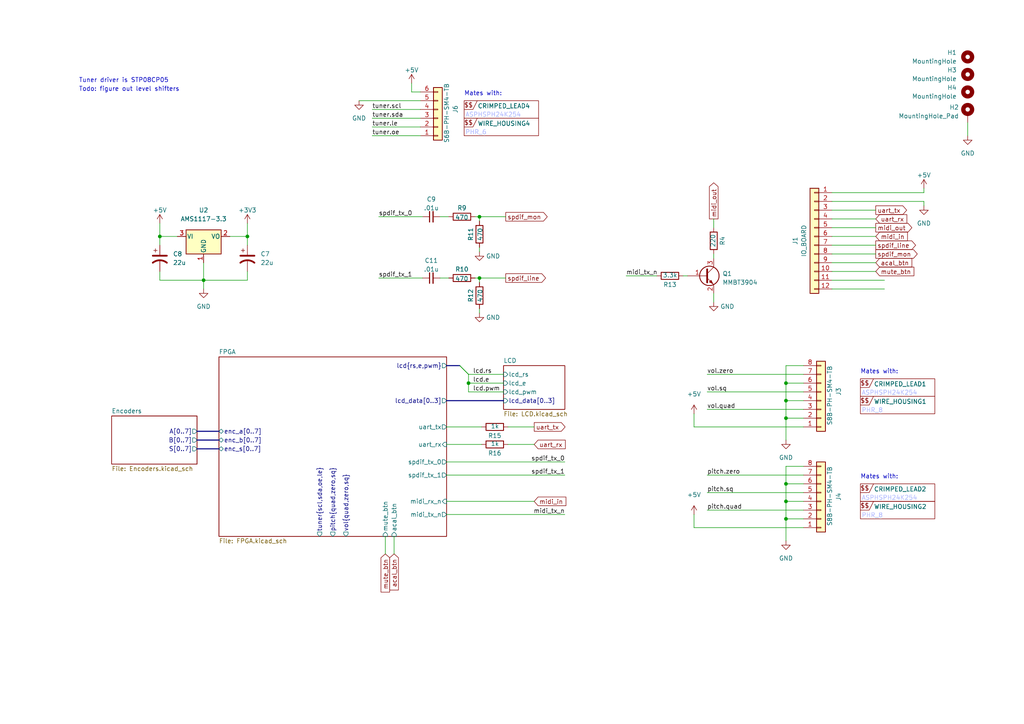
<source format=kicad_sch>
(kicad_sch (version 20230121) (generator eeschema)

  (uuid eb5e8bfd-9871-4528-bf57-58851bf63907)

  (paper "A4")

  (lib_symbols
    (symbol "Connector_Generic:Conn_01x06" (pin_names (offset 1.016) hide) (in_bom yes) (on_board yes)
      (property "Reference" "J" (at 0 7.62 0)
        (effects (font (size 1.27 1.27)))
      )
      (property "Value" "Conn_01x06" (at 0 -10.16 0)
        (effects (font (size 1.27 1.27)))
      )
      (property "Footprint" "" (at 0 0 0)
        (effects (font (size 1.27 1.27)) hide)
      )
      (property "Datasheet" "~" (at 0 0 0)
        (effects (font (size 1.27 1.27)) hide)
      )
      (property "ki_keywords" "connector" (at 0 0 0)
        (effects (font (size 1.27 1.27)) hide)
      )
      (property "ki_description" "Generic connector, single row, 01x06, script generated (kicad-library-utils/schlib/autogen/connector/)" (at 0 0 0)
        (effects (font (size 1.27 1.27)) hide)
      )
      (property "ki_fp_filters" "Connector*:*_1x??_*" (at 0 0 0)
        (effects (font (size 1.27 1.27)) hide)
      )
      (symbol "Conn_01x06_1_1"
        (rectangle (start -1.27 -7.493) (end 0 -7.747)
          (stroke (width 0.1524) (type default))
          (fill (type none))
        )
        (rectangle (start -1.27 -4.953) (end 0 -5.207)
          (stroke (width 0.1524) (type default))
          (fill (type none))
        )
        (rectangle (start -1.27 -2.413) (end 0 -2.667)
          (stroke (width 0.1524) (type default))
          (fill (type none))
        )
        (rectangle (start -1.27 0.127) (end 0 -0.127)
          (stroke (width 0.1524) (type default))
          (fill (type none))
        )
        (rectangle (start -1.27 2.667) (end 0 2.413)
          (stroke (width 0.1524) (type default))
          (fill (type none))
        )
        (rectangle (start -1.27 5.207) (end 0 4.953)
          (stroke (width 0.1524) (type default))
          (fill (type none))
        )
        (rectangle (start -1.27 6.35) (end 1.27 -8.89)
          (stroke (width 0.254) (type default))
          (fill (type background))
        )
        (pin passive line (at -5.08 5.08 0) (length 3.81)
          (name "Pin_1" (effects (font (size 1.27 1.27))))
          (number "1" (effects (font (size 1.27 1.27))))
        )
        (pin passive line (at -5.08 2.54 0) (length 3.81)
          (name "Pin_2" (effects (font (size 1.27 1.27))))
          (number "2" (effects (font (size 1.27 1.27))))
        )
        (pin passive line (at -5.08 0 0) (length 3.81)
          (name "Pin_3" (effects (font (size 1.27 1.27))))
          (number "3" (effects (font (size 1.27 1.27))))
        )
        (pin passive line (at -5.08 -2.54 0) (length 3.81)
          (name "Pin_4" (effects (font (size 1.27 1.27))))
          (number "4" (effects (font (size 1.27 1.27))))
        )
        (pin passive line (at -5.08 -5.08 0) (length 3.81)
          (name "Pin_5" (effects (font (size 1.27 1.27))))
          (number "5" (effects (font (size 1.27 1.27))))
        )
        (pin passive line (at -5.08 -7.62 0) (length 3.81)
          (name "Pin_6" (effects (font (size 1.27 1.27))))
          (number "6" (effects (font (size 1.27 1.27))))
        )
      )
    )
    (symbol "Connector_Generic:Conn_01x08" (pin_names (offset 1.016) hide) (in_bom yes) (on_board yes)
      (property "Reference" "J" (at 0 10.16 0)
        (effects (font (size 1.27 1.27)))
      )
      (property "Value" "Conn_01x08" (at 0 -12.7 0)
        (effects (font (size 1.27 1.27)))
      )
      (property "Footprint" "" (at 0 0 0)
        (effects (font (size 1.27 1.27)) hide)
      )
      (property "Datasheet" "~" (at 0 0 0)
        (effects (font (size 1.27 1.27)) hide)
      )
      (property "ki_keywords" "connector" (at 0 0 0)
        (effects (font (size 1.27 1.27)) hide)
      )
      (property "ki_description" "Generic connector, single row, 01x08, script generated (kicad-library-utils/schlib/autogen/connector/)" (at 0 0 0)
        (effects (font (size 1.27 1.27)) hide)
      )
      (property "ki_fp_filters" "Connector*:*_1x??_*" (at 0 0 0)
        (effects (font (size 1.27 1.27)) hide)
      )
      (symbol "Conn_01x08_1_1"
        (rectangle (start -1.27 -10.033) (end 0 -10.287)
          (stroke (width 0.1524) (type default))
          (fill (type none))
        )
        (rectangle (start -1.27 -7.493) (end 0 -7.747)
          (stroke (width 0.1524) (type default))
          (fill (type none))
        )
        (rectangle (start -1.27 -4.953) (end 0 -5.207)
          (stroke (width 0.1524) (type default))
          (fill (type none))
        )
        (rectangle (start -1.27 -2.413) (end 0 -2.667)
          (stroke (width 0.1524) (type default))
          (fill (type none))
        )
        (rectangle (start -1.27 0.127) (end 0 -0.127)
          (stroke (width 0.1524) (type default))
          (fill (type none))
        )
        (rectangle (start -1.27 2.667) (end 0 2.413)
          (stroke (width 0.1524) (type default))
          (fill (type none))
        )
        (rectangle (start -1.27 5.207) (end 0 4.953)
          (stroke (width 0.1524) (type default))
          (fill (type none))
        )
        (rectangle (start -1.27 7.747) (end 0 7.493)
          (stroke (width 0.1524) (type default))
          (fill (type none))
        )
        (rectangle (start -1.27 8.89) (end 1.27 -11.43)
          (stroke (width 0.254) (type default))
          (fill (type background))
        )
        (pin passive line (at -5.08 7.62 0) (length 3.81)
          (name "Pin_1" (effects (font (size 1.27 1.27))))
          (number "1" (effects (font (size 1.27 1.27))))
        )
        (pin passive line (at -5.08 5.08 0) (length 3.81)
          (name "Pin_2" (effects (font (size 1.27 1.27))))
          (number "2" (effects (font (size 1.27 1.27))))
        )
        (pin passive line (at -5.08 2.54 0) (length 3.81)
          (name "Pin_3" (effects (font (size 1.27 1.27))))
          (number "3" (effects (font (size 1.27 1.27))))
        )
        (pin passive line (at -5.08 0 0) (length 3.81)
          (name "Pin_4" (effects (font (size 1.27 1.27))))
          (number "4" (effects (font (size 1.27 1.27))))
        )
        (pin passive line (at -5.08 -2.54 0) (length 3.81)
          (name "Pin_5" (effects (font (size 1.27 1.27))))
          (number "5" (effects (font (size 1.27 1.27))))
        )
        (pin passive line (at -5.08 -5.08 0) (length 3.81)
          (name "Pin_6" (effects (font (size 1.27 1.27))))
          (number "6" (effects (font (size 1.27 1.27))))
        )
        (pin passive line (at -5.08 -7.62 0) (length 3.81)
          (name "Pin_7" (effects (font (size 1.27 1.27))))
          (number "7" (effects (font (size 1.27 1.27))))
        )
        (pin passive line (at -5.08 -10.16 0) (length 3.81)
          (name "Pin_8" (effects (font (size 1.27 1.27))))
          (number "8" (effects (font (size 1.27 1.27))))
        )
      )
    )
    (symbol "Connector_Generic:Conn_01x12" (pin_names (offset 1.016) hide) (in_bom yes) (on_board yes)
      (property "Reference" "J" (at 0 15.24 0)
        (effects (font (size 1.27 1.27)))
      )
      (property "Value" "Conn_01x12" (at 0 -17.78 0)
        (effects (font (size 1.27 1.27)))
      )
      (property "Footprint" "" (at 0 0 0)
        (effects (font (size 1.27 1.27)) hide)
      )
      (property "Datasheet" "~" (at 0 0 0)
        (effects (font (size 1.27 1.27)) hide)
      )
      (property "ki_keywords" "connector" (at 0 0 0)
        (effects (font (size 1.27 1.27)) hide)
      )
      (property "ki_description" "Generic connector, single row, 01x12, script generated (kicad-library-utils/schlib/autogen/connector/)" (at 0 0 0)
        (effects (font (size 1.27 1.27)) hide)
      )
      (property "ki_fp_filters" "Connector*:*_1x??_*" (at 0 0 0)
        (effects (font (size 1.27 1.27)) hide)
      )
      (symbol "Conn_01x12_1_1"
        (rectangle (start -1.27 -15.113) (end 0 -15.367)
          (stroke (width 0.1524) (type default))
          (fill (type none))
        )
        (rectangle (start -1.27 -12.573) (end 0 -12.827)
          (stroke (width 0.1524) (type default))
          (fill (type none))
        )
        (rectangle (start -1.27 -10.033) (end 0 -10.287)
          (stroke (width 0.1524) (type default))
          (fill (type none))
        )
        (rectangle (start -1.27 -7.493) (end 0 -7.747)
          (stroke (width 0.1524) (type default))
          (fill (type none))
        )
        (rectangle (start -1.27 -4.953) (end 0 -5.207)
          (stroke (width 0.1524) (type default))
          (fill (type none))
        )
        (rectangle (start -1.27 -2.413) (end 0 -2.667)
          (stroke (width 0.1524) (type default))
          (fill (type none))
        )
        (rectangle (start -1.27 0.127) (end 0 -0.127)
          (stroke (width 0.1524) (type default))
          (fill (type none))
        )
        (rectangle (start -1.27 2.667) (end 0 2.413)
          (stroke (width 0.1524) (type default))
          (fill (type none))
        )
        (rectangle (start -1.27 5.207) (end 0 4.953)
          (stroke (width 0.1524) (type default))
          (fill (type none))
        )
        (rectangle (start -1.27 7.747) (end 0 7.493)
          (stroke (width 0.1524) (type default))
          (fill (type none))
        )
        (rectangle (start -1.27 10.287) (end 0 10.033)
          (stroke (width 0.1524) (type default))
          (fill (type none))
        )
        (rectangle (start -1.27 12.827) (end 0 12.573)
          (stroke (width 0.1524) (type default))
          (fill (type none))
        )
        (rectangle (start -1.27 13.97) (end 1.27 -16.51)
          (stroke (width 0.254) (type default))
          (fill (type background))
        )
        (pin passive line (at -5.08 12.7 0) (length 3.81)
          (name "Pin_1" (effects (font (size 1.27 1.27))))
          (number "1" (effects (font (size 1.27 1.27))))
        )
        (pin passive line (at -5.08 -10.16 0) (length 3.81)
          (name "Pin_10" (effects (font (size 1.27 1.27))))
          (number "10" (effects (font (size 1.27 1.27))))
        )
        (pin passive line (at -5.08 -12.7 0) (length 3.81)
          (name "Pin_11" (effects (font (size 1.27 1.27))))
          (number "11" (effects (font (size 1.27 1.27))))
        )
        (pin passive line (at -5.08 -15.24 0) (length 3.81)
          (name "Pin_12" (effects (font (size 1.27 1.27))))
          (number "12" (effects (font (size 1.27 1.27))))
        )
        (pin passive line (at -5.08 10.16 0) (length 3.81)
          (name "Pin_2" (effects (font (size 1.27 1.27))))
          (number "2" (effects (font (size 1.27 1.27))))
        )
        (pin passive line (at -5.08 7.62 0) (length 3.81)
          (name "Pin_3" (effects (font (size 1.27 1.27))))
          (number "3" (effects (font (size 1.27 1.27))))
        )
        (pin passive line (at -5.08 5.08 0) (length 3.81)
          (name "Pin_4" (effects (font (size 1.27 1.27))))
          (number "4" (effects (font (size 1.27 1.27))))
        )
        (pin passive line (at -5.08 2.54 0) (length 3.81)
          (name "Pin_5" (effects (font (size 1.27 1.27))))
          (number "5" (effects (font (size 1.27 1.27))))
        )
        (pin passive line (at -5.08 0 0) (length 3.81)
          (name "Pin_6" (effects (font (size 1.27 1.27))))
          (number "6" (effects (font (size 1.27 1.27))))
        )
        (pin passive line (at -5.08 -2.54 0) (length 3.81)
          (name "Pin_7" (effects (font (size 1.27 1.27))))
          (number "7" (effects (font (size 1.27 1.27))))
        )
        (pin passive line (at -5.08 -5.08 0) (length 3.81)
          (name "Pin_8" (effects (font (size 1.27 1.27))))
          (number "8" (effects (font (size 1.27 1.27))))
        )
        (pin passive line (at -5.08 -7.62 0) (length 3.81)
          (name "Pin_9" (effects (font (size 1.27 1.27))))
          (number "9" (effects (font (size 1.27 1.27))))
        )
      )
    )
    (symbol "Device:C_Polarized_US" (pin_numbers hide) (pin_names (offset 0.254) hide) (in_bom yes) (on_board yes)
      (property "Reference" "C" (at 0.635 2.54 0)
        (effects (font (size 1.27 1.27)) (justify left))
      )
      (property "Value" "C_Polarized_US" (at 0.635 -2.54 0)
        (effects (font (size 1.27 1.27)) (justify left))
      )
      (property "Footprint" "" (at 0 0 0)
        (effects (font (size 1.27 1.27)) hide)
      )
      (property "Datasheet" "~" (at 0 0 0)
        (effects (font (size 1.27 1.27)) hide)
      )
      (property "ki_keywords" "cap capacitor" (at 0 0 0)
        (effects (font (size 1.27 1.27)) hide)
      )
      (property "ki_description" "Polarized capacitor, US symbol" (at 0 0 0)
        (effects (font (size 1.27 1.27)) hide)
      )
      (property "ki_fp_filters" "CP_*" (at 0 0 0)
        (effects (font (size 1.27 1.27)) hide)
      )
      (symbol "C_Polarized_US_0_1"
        (polyline
          (pts
            (xy -2.032 0.762)
            (xy 2.032 0.762)
          )
          (stroke (width 0.508) (type default))
          (fill (type none))
        )
        (polyline
          (pts
            (xy -1.778 2.286)
            (xy -0.762 2.286)
          )
          (stroke (width 0) (type default))
          (fill (type none))
        )
        (polyline
          (pts
            (xy -1.27 1.778)
            (xy -1.27 2.794)
          )
          (stroke (width 0) (type default))
          (fill (type none))
        )
        (arc (start 2.032 -1.27) (mid 0 -0.5572) (end -2.032 -1.27)
          (stroke (width 0.508) (type default))
          (fill (type none))
        )
      )
      (symbol "C_Polarized_US_1_1"
        (pin passive line (at 0 3.81 270) (length 2.794)
          (name "~" (effects (font (size 1.27 1.27))))
          (number "1" (effects (font (size 1.27 1.27))))
        )
        (pin passive line (at 0 -3.81 90) (length 3.302)
          (name "~" (effects (font (size 1.27 1.27))))
          (number "2" (effects (font (size 1.27 1.27))))
        )
      )
    )
    (symbol "Device:C_Small" (pin_numbers hide) (pin_names (offset 0.254) hide) (in_bom yes) (on_board yes)
      (property "Reference" "C" (at 0.254 1.778 0)
        (effects (font (size 1.27 1.27)) (justify left))
      )
      (property "Value" "C_Small" (at 0.254 -2.032 0)
        (effects (font (size 1.27 1.27)) (justify left))
      )
      (property "Footprint" "" (at 0 0 0)
        (effects (font (size 1.27 1.27)) hide)
      )
      (property "Datasheet" "~" (at 0 0 0)
        (effects (font (size 1.27 1.27)) hide)
      )
      (property "ki_keywords" "capacitor cap" (at 0 0 0)
        (effects (font (size 1.27 1.27)) hide)
      )
      (property "ki_description" "Unpolarized capacitor, small symbol" (at 0 0 0)
        (effects (font (size 1.27 1.27)) hide)
      )
      (property "ki_fp_filters" "C_*" (at 0 0 0)
        (effects (font (size 1.27 1.27)) hide)
      )
      (symbol "C_Small_0_1"
        (polyline
          (pts
            (xy -1.524 -0.508)
            (xy 1.524 -0.508)
          )
          (stroke (width 0.3302) (type default))
          (fill (type none))
        )
        (polyline
          (pts
            (xy -1.524 0.508)
            (xy 1.524 0.508)
          )
          (stroke (width 0.3048) (type default))
          (fill (type none))
        )
      )
      (symbol "C_Small_1_1"
        (pin passive line (at 0 2.54 270) (length 2.032)
          (name "~" (effects (font (size 1.27 1.27))))
          (number "1" (effects (font (size 1.27 1.27))))
        )
        (pin passive line (at 0 -2.54 90) (length 2.032)
          (name "~" (effects (font (size 1.27 1.27))))
          (number "2" (effects (font (size 1.27 1.27))))
        )
      )
    )
    (symbol "Device:R" (pin_numbers hide) (pin_names (offset 0)) (in_bom yes) (on_board yes)
      (property "Reference" "R" (at 2.032 0 90)
        (effects (font (size 1.27 1.27)))
      )
      (property "Value" "R" (at 0 0 90)
        (effects (font (size 1.27 1.27)))
      )
      (property "Footprint" "" (at -1.778 0 90)
        (effects (font (size 1.27 1.27)) hide)
      )
      (property "Datasheet" "~" (at 0 0 0)
        (effects (font (size 1.27 1.27)) hide)
      )
      (property "ki_keywords" "R res resistor" (at 0 0 0)
        (effects (font (size 1.27 1.27)) hide)
      )
      (property "ki_description" "Resistor" (at 0 0 0)
        (effects (font (size 1.27 1.27)) hide)
      )
      (property "ki_fp_filters" "R_*" (at 0 0 0)
        (effects (font (size 1.27 1.27)) hide)
      )
      (symbol "R_0_1"
        (rectangle (start -1.016 -2.54) (end 1.016 2.54)
          (stroke (width 0.254) (type default))
          (fill (type none))
        )
      )
      (symbol "R_1_1"
        (pin passive line (at 0 3.81 270) (length 1.27)
          (name "~" (effects (font (size 1.27 1.27))))
          (number "1" (effects (font (size 1.27 1.27))))
        )
        (pin passive line (at 0 -3.81 90) (length 1.27)
          (name "~" (effects (font (size 1.27 1.27))))
          (number "2" (effects (font (size 1.27 1.27))))
        )
      )
    )
    (symbol "Mechanical:MountingHole" (pin_names (offset 1.016)) (in_bom yes) (on_board yes)
      (property "Reference" "H" (at 0 5.08 0)
        (effects (font (size 1.27 1.27)))
      )
      (property "Value" "MountingHole" (at 0 3.175 0)
        (effects (font (size 1.27 1.27)))
      )
      (property "Footprint" "" (at 0 0 0)
        (effects (font (size 1.27 1.27)) hide)
      )
      (property "Datasheet" "~" (at 0 0 0)
        (effects (font (size 1.27 1.27)) hide)
      )
      (property "ki_keywords" "mounting hole" (at 0 0 0)
        (effects (font (size 1.27 1.27)) hide)
      )
      (property "ki_description" "Mounting Hole without connection" (at 0 0 0)
        (effects (font (size 1.27 1.27)) hide)
      )
      (property "ki_fp_filters" "MountingHole*" (at 0 0 0)
        (effects (font (size 1.27 1.27)) hide)
      )
      (symbol "MountingHole_0_1"
        (circle (center 0 0) (radius 1.27)
          (stroke (width 1.27) (type default))
          (fill (type none))
        )
      )
    )
    (symbol "Mechanical:MountingHole_Pad" (pin_numbers hide) (pin_names (offset 1.016) hide) (in_bom yes) (on_board yes)
      (property "Reference" "H" (at 0 6.35 0)
        (effects (font (size 1.27 1.27)))
      )
      (property "Value" "MountingHole_Pad" (at 0 4.445 0)
        (effects (font (size 1.27 1.27)))
      )
      (property "Footprint" "" (at 0 0 0)
        (effects (font (size 1.27 1.27)) hide)
      )
      (property "Datasheet" "~" (at 0 0 0)
        (effects (font (size 1.27 1.27)) hide)
      )
      (property "ki_keywords" "mounting hole" (at 0 0 0)
        (effects (font (size 1.27 1.27)) hide)
      )
      (property "ki_description" "Mounting Hole with connection" (at 0 0 0)
        (effects (font (size 1.27 1.27)) hide)
      )
      (property "ki_fp_filters" "MountingHole*Pad*" (at 0 0 0)
        (effects (font (size 1.27 1.27)) hide)
      )
      (symbol "MountingHole_Pad_0_1"
        (circle (center 0 1.27) (radius 1.27)
          (stroke (width 1.27) (type default))
          (fill (type none))
        )
      )
      (symbol "MountingHole_Pad_1_1"
        (pin input line (at 0 -2.54 90) (length 2.54)
          (name "1" (effects (font (size 1.27 1.27))))
          (number "1" (effects (font (size 1.27 1.27))))
        )
      )
    )
    (symbol "Regulator_Linear:AMS1117-3.3" (pin_names (offset 0.254)) (in_bom yes) (on_board yes)
      (property "Reference" "U" (at -3.81 3.175 0)
        (effects (font (size 1.27 1.27)))
      )
      (property "Value" "AMS1117-3.3" (at 0 3.175 0)
        (effects (font (size 1.27 1.27)) (justify left))
      )
      (property "Footprint" "Package_TO_SOT_SMD:SOT-223-3_TabPin2" (at 0 5.08 0)
        (effects (font (size 1.27 1.27)) hide)
      )
      (property "Datasheet" "http://www.advanced-monolithic.com/pdf/ds1117.pdf" (at 2.54 -6.35 0)
        (effects (font (size 1.27 1.27)) hide)
      )
      (property "ki_keywords" "linear regulator ldo fixed positive" (at 0 0 0)
        (effects (font (size 1.27 1.27)) hide)
      )
      (property "ki_description" "1A Low Dropout regulator, positive, 3.3V fixed output, SOT-223" (at 0 0 0)
        (effects (font (size 1.27 1.27)) hide)
      )
      (property "ki_fp_filters" "SOT?223*TabPin2*" (at 0 0 0)
        (effects (font (size 1.27 1.27)) hide)
      )
      (symbol "AMS1117-3.3_0_1"
        (rectangle (start -5.08 -5.08) (end 5.08 1.905)
          (stroke (width 0.254) (type default))
          (fill (type background))
        )
      )
      (symbol "AMS1117-3.3_1_1"
        (pin power_in line (at 0 -7.62 90) (length 2.54)
          (name "GND" (effects (font (size 1.27 1.27))))
          (number "1" (effects (font (size 1.27 1.27))))
        )
        (pin power_out line (at 7.62 0 180) (length 2.54)
          (name "VO" (effects (font (size 1.27 1.27))))
          (number "2" (effects (font (size 1.27 1.27))))
        )
        (pin power_in line (at -7.62 0 0) (length 2.54)
          (name "VI" (effects (font (size 1.27 1.27))))
          (number "3" (effects (font (size 1.27 1.27))))
        )
      )
    )
    (symbol "Transistor_BJT:MMBT3904" (pin_names (offset 0) hide) (in_bom yes) (on_board yes)
      (property "Reference" "Q" (at 5.08 1.905 0)
        (effects (font (size 1.27 1.27)) (justify left))
      )
      (property "Value" "MMBT3904" (at 5.08 0 0)
        (effects (font (size 1.27 1.27)) (justify left))
      )
      (property "Footprint" "Package_TO_SOT_SMD:SOT-23" (at 5.08 -1.905 0)
        (effects (font (size 1.27 1.27) italic) (justify left) hide)
      )
      (property "Datasheet" "https://www.onsemi.com/pub/Collateral/2N3903-D.PDF" (at 0 0 0)
        (effects (font (size 1.27 1.27)) (justify left) hide)
      )
      (property "ki_keywords" "NPN Transistor" (at 0 0 0)
        (effects (font (size 1.27 1.27)) hide)
      )
      (property "ki_description" "0.2A Ic, 40V Vce, Small Signal NPN Transistor, SOT-23" (at 0 0 0)
        (effects (font (size 1.27 1.27)) hide)
      )
      (property "ki_fp_filters" "SOT?23*" (at 0 0 0)
        (effects (font (size 1.27 1.27)) hide)
      )
      (symbol "MMBT3904_0_1"
        (polyline
          (pts
            (xy 0.635 0.635)
            (xy 2.54 2.54)
          )
          (stroke (width 0) (type default))
          (fill (type none))
        )
        (polyline
          (pts
            (xy 0.635 -0.635)
            (xy 2.54 -2.54)
            (xy 2.54 -2.54)
          )
          (stroke (width 0) (type default))
          (fill (type none))
        )
        (polyline
          (pts
            (xy 0.635 1.905)
            (xy 0.635 -1.905)
            (xy 0.635 -1.905)
          )
          (stroke (width 0.508) (type default))
          (fill (type none))
        )
        (polyline
          (pts
            (xy 1.27 -1.778)
            (xy 1.778 -1.27)
            (xy 2.286 -2.286)
            (xy 1.27 -1.778)
            (xy 1.27 -1.778)
          )
          (stroke (width 0) (type default))
          (fill (type outline))
        )
        (circle (center 1.27 0) (radius 2.8194)
          (stroke (width 0.254) (type default))
          (fill (type none))
        )
      )
      (symbol "MMBT3904_1_1"
        (pin input line (at -5.08 0 0) (length 5.715)
          (name "B" (effects (font (size 1.27 1.27))))
          (number "1" (effects (font (size 1.27 1.27))))
        )
        (pin passive line (at 2.54 -5.08 90) (length 2.54)
          (name "E" (effects (font (size 1.27 1.27))))
          (number "2" (effects (font (size 1.27 1.27))))
        )
        (pin passive line (at 2.54 5.08 270) (length 2.54)
          (name "C" (effects (font (size 1.27 1.27))))
          (number "3" (effects (font (size 1.27 1.27))))
        )
      )
    )
    (symbol "assorted:BOM_ITEM" (pin_numbers hide) (pin_names (offset 0) hide) (in_bom yes) (on_board no)
      (property "Reference" "REF" (at 3.9194 3.5497 0) (do_not_autoplace)
        (effects (font (size 1.27 1.27)) (justify left))
      )
      (property "Value" "PARTNUM" (at 0.3022 1.1035 0) (do_not_autoplace)
        (effects (font (size 1.27 1.27) (color 185 193 255 1)) (justify left))
      )
      (property "Footprint" "" (at 5.08 2.54 0)
        (effects (font (size 1.27 1.27)) hide)
      )
      (property "Datasheet" "" (at 5.08 2.54 0)
        (effects (font (size 1.27 1.27)) hide)
      )
      (property "Sim.Enable" "0" (at 0 0 0)
        (effects (font (size 1.27 1.27)) hide)
      )
      (symbol "BOM_ITEM_0_1"
        (polyline
          (pts
            (xy 0 2.54)
            (xy 2.54 2.54)
            (xy 3.81 5.08)
          )
          (stroke (width 0) (type default))
          (fill (type none))
        )
        (rectangle (start 0 5.08) (end 21.59 0)
          (stroke (width 0) (type default))
          (fill (type none))
        )
        (text "$$" (at 1.27 3.81 0)
          (effects (font (size 1.27 1.27)))
        )
      )
    )
    (symbol "power:+3V3" (power) (pin_names (offset 0)) (in_bom yes) (on_board yes)
      (property "Reference" "#PWR" (at 0 -3.81 0)
        (effects (font (size 1.27 1.27)) hide)
      )
      (property "Value" "+3V3" (at 0 3.556 0)
        (effects (font (size 1.27 1.27)))
      )
      (property "Footprint" "" (at 0 0 0)
        (effects (font (size 1.27 1.27)) hide)
      )
      (property "Datasheet" "" (at 0 0 0)
        (effects (font (size 1.27 1.27)) hide)
      )
      (property "ki_keywords" "global power" (at 0 0 0)
        (effects (font (size 1.27 1.27)) hide)
      )
      (property "ki_description" "Power symbol creates a global label with name \"+3V3\"" (at 0 0 0)
        (effects (font (size 1.27 1.27)) hide)
      )
      (symbol "+3V3_0_1"
        (polyline
          (pts
            (xy -0.762 1.27)
            (xy 0 2.54)
          )
          (stroke (width 0) (type default))
          (fill (type none))
        )
        (polyline
          (pts
            (xy 0 0)
            (xy 0 2.54)
          )
          (stroke (width 0) (type default))
          (fill (type none))
        )
        (polyline
          (pts
            (xy 0 2.54)
            (xy 0.762 1.27)
          )
          (stroke (width 0) (type default))
          (fill (type none))
        )
      )
      (symbol "+3V3_1_1"
        (pin power_in line (at 0 0 90) (length 0) hide
          (name "+3V3" (effects (font (size 1.27 1.27))))
          (number "1" (effects (font (size 1.27 1.27))))
        )
      )
    )
    (symbol "power:+5V" (power) (pin_names (offset 0)) (in_bom yes) (on_board yes)
      (property "Reference" "#PWR" (at 0 -3.81 0)
        (effects (font (size 1.27 1.27)) hide)
      )
      (property "Value" "+5V" (at 0 3.556 0)
        (effects (font (size 1.27 1.27)))
      )
      (property "Footprint" "" (at 0 0 0)
        (effects (font (size 1.27 1.27)) hide)
      )
      (property "Datasheet" "" (at 0 0 0)
        (effects (font (size 1.27 1.27)) hide)
      )
      (property "ki_keywords" "global power" (at 0 0 0)
        (effects (font (size 1.27 1.27)) hide)
      )
      (property "ki_description" "Power symbol creates a global label with name \"+5V\"" (at 0 0 0)
        (effects (font (size 1.27 1.27)) hide)
      )
      (symbol "+5V_0_1"
        (polyline
          (pts
            (xy -0.762 1.27)
            (xy 0 2.54)
          )
          (stroke (width 0) (type default))
          (fill (type none))
        )
        (polyline
          (pts
            (xy 0 0)
            (xy 0 2.54)
          )
          (stroke (width 0) (type default))
          (fill (type none))
        )
        (polyline
          (pts
            (xy 0 2.54)
            (xy 0.762 1.27)
          )
          (stroke (width 0) (type default))
          (fill (type none))
        )
      )
      (symbol "+5V_1_1"
        (pin power_in line (at 0 0 90) (length 0) hide
          (name "+5V" (effects (font (size 1.27 1.27))))
          (number "1" (effects (font (size 1.27 1.27))))
        )
      )
    )
    (symbol "power:GND" (power) (pin_names (offset 0)) (in_bom yes) (on_board yes)
      (property "Reference" "#PWR" (at 0 -6.35 0)
        (effects (font (size 1.27 1.27)) hide)
      )
      (property "Value" "GND" (at 0 -3.81 0)
        (effects (font (size 1.27 1.27)))
      )
      (property "Footprint" "" (at 0 0 0)
        (effects (font (size 1.27 1.27)) hide)
      )
      (property "Datasheet" "" (at 0 0 0)
        (effects (font (size 1.27 1.27)) hide)
      )
      (property "ki_keywords" "global power" (at 0 0 0)
        (effects (font (size 1.27 1.27)) hide)
      )
      (property "ki_description" "Power symbol creates a global label with name \"GND\" , ground" (at 0 0 0)
        (effects (font (size 1.27 1.27)) hide)
      )
      (symbol "GND_0_1"
        (polyline
          (pts
            (xy 0 0)
            (xy 0 -1.27)
            (xy 1.27 -1.27)
            (xy 0 -2.54)
            (xy -1.27 -1.27)
            (xy 0 -1.27)
          )
          (stroke (width 0) (type default))
          (fill (type none))
        )
      )
      (symbol "GND_1_1"
        (pin power_in line (at 0 0 270) (length 0) hide
          (name "GND" (effects (font (size 1.27 1.27))))
          (number "1" (effects (font (size 1.27 1.27))))
        )
      )
    )
  )

  (junction (at 139.065 80.645) (diameter 0) (color 0 0 0 0)
    (uuid 032f38dd-49ef-4a3d-9ab9-c87285513c7c)
  )
  (junction (at 71.755 68.58) (diameter 0) (color 0 0 0 0)
    (uuid 17769c0f-8c50-4057-beb5-7d592a407c36)
  )
  (junction (at 135.89 111.125) (diameter 0) (color 0 0 0 0)
    (uuid 327fb0c3-9243-44ba-81ed-610f74560f7e)
  )
  (junction (at 139.065 62.865) (diameter 0) (color 0 0 0 0)
    (uuid 35f4d306-4c4f-4bdd-98da-0b6e3f4d7b99)
  )
  (junction (at 227.965 121.285) (diameter 0) (color 0 0 0 0)
    (uuid 37583d3f-025e-42ad-a1b4-96864cca3078)
  )
  (junction (at 59.055 81.28) (diameter 0) (color 0 0 0 0)
    (uuid 792fcc7c-9aef-4950-a279-d827e87e7b9d)
  )
  (junction (at 227.965 140.335) (diameter 0) (color 0 0 0 0)
    (uuid 9461546e-b2f8-4785-850c-5a5c2cc885df)
  )
  (junction (at 227.965 150.495) (diameter 0) (color 0 0 0 0)
    (uuid a1688456-6348-4a55-9d6f-d9e255f6bfdb)
  )
  (junction (at 227.965 111.125) (diameter 0) (color 0 0 0 0)
    (uuid ac629f1b-7cb3-4e86-b96e-f7d901f8a2cd)
  )
  (junction (at 46.355 68.58) (diameter 0) (color 0 0 0 0)
    (uuid b35c3c19-e36a-4f7c-ab47-5038e1788a68)
  )
  (junction (at 227.965 116.205) (diameter 0) (color 0 0 0 0)
    (uuid d61cf8c0-0355-4745-af9d-d82efeaf59f5)
  )
  (junction (at 227.965 145.415) (diameter 0) (color 0 0 0 0)
    (uuid fbb96511-594e-4e44-acc1-f3568629f052)
  )

  (bus_entry (at 133.35 106.045) (size 2.54 2.54)
    (stroke (width 0) (type default))
    (uuid 07cab76a-e10b-4bac-9164-18d731d694be)
  )
  (bus_entry (at 133.35 106.045) (size 2.54 2.54)
    (stroke (width 0) (type default))
    (uuid a735448e-b200-40a4-a17b-8cbac43de411)
  )

  (polyline (pts (xy 117.856 -44.196) (xy 119.126 -45.466))
    (stroke (width 0) (type default))
    (uuid 01b80fc2-b703-4419-99bc-b4972c7e34cd)
  )
  (polyline (pts (xy 131.826 -40.386) (xy 133.096 -39.116))
    (stroke (width 0) (type default))
    (uuid 02201c43-aa4b-4530-bfee-a05ca96d6e92)
  )
  (polyline (pts (xy 236.7534 -41.8084) (xy 235.4834 -40.5384))
    (stroke (width 0) (type default))
    (uuid 048c2996-171c-4f05-8082-91abdb13336c)
  )
  (polyline (pts (xy 140.716 -65.786) (xy 139.446 -67.056))
    (stroke (width 0) (type default))
    (uuid 05231336-fd67-4e52-9b4e-89028db2538d)
  )
  (polyline (pts (xy 110.871 -35.306) (xy 110.871 -12.192))
    (stroke (width 0) (type default))
    (uuid 05762932-11af-4f69-9ca1-9d490401dcec)
  )

  (wire (pts (xy 139.065 80.645) (xy 139.065 81.915))
    (stroke (width 0) (type default))
    (uuid 078c1910-d1d2-40ed-9728-f079685426a6)
  )
  (wire (pts (xy 107.95 34.29) (xy 121.92 34.29))
    (stroke (width 0) (type default))
    (uuid 083b2ee7-c2e3-4a42-9f15-e3e5bb36001e)
  )
  (wire (pts (xy 233.045 111.125) (xy 227.965 111.125))
    (stroke (width 0) (type default))
    (uuid 08895d7e-bed5-4a56-9854-528df38af214)
  )
  (wire (pts (xy 233.045 140.335) (xy 227.965 140.335))
    (stroke (width 0) (type default))
    (uuid 08f4f25a-5003-4b80-bd3e-038bf2bd9b3e)
  )
  (wire (pts (xy 256.54 83.82) (xy 241.3 83.82))
    (stroke (width 0) (type default))
    (uuid 0a0caec0-d0f5-4fd0-85b1-060c1a8b9200)
  )
  (wire (pts (xy 129.54 149.225) (xy 163.83 149.225))
    (stroke (width 0) (type default))
    (uuid 0ba94bd7-f96d-4a92-81a9-f14d48cc0ffd)
  )
  (polyline (pts (xy 131.191 -31.242) (xy 132.461 -29.972))
    (stroke (width 0) (type default))
    (uuid 0be4f508-1aa7-491f-b060-63f69c1deb9d)
  )
  (polyline (pts (xy 187.071 -67.056) (xy 187.071 -44.196))
    (stroke (width 0) (type default))
    (uuid 0cea5964-a4b1-4abe-b10c-6a06f56b3a3e)
  )
  (polyline (pts (xy 136.906 -44.196) (xy 138.176 -45.466))
    (stroke (width 0) (type default))
    (uuid 0ef94261-9630-4fee-957a-a802412c8c50)
  )
  (polyline (pts (xy 53.086 -37.846) (xy 54.356 -39.116))
    (stroke (width 0) (type default))
    (uuid 0f549759-ef9b-4323-a4de-18961dceef44)
  )

  (bus (pts (xy 57.15 130.175) (xy 63.5 130.175))
    (stroke (width 0) (type default))
    (uuid 115f77a0-5e10-41ca-8676-9afde7f0a3df)
  )

  (polyline (pts (xy 218.567 -38.354) (xy 208.153 -38.354))
    (stroke (width 0) (type default))
    (uuid 13635a38-6a64-4cfc-858d-5ae869f7d261)
  )

  (wire (pts (xy 256.54 81.28) (xy 241.3 81.28))
    (stroke (width 0) (type default))
    (uuid 147f8c99-d19d-4cef-9e9b-800b98c7e2b3)
  )
  (wire (pts (xy 111.76 155.575) (xy 111.76 160.655))
    (stroke (width 0) (type default))
    (uuid 150a0f46-b080-40ca-8ded-ab1d1889e168)
  )
  (polyline (pts (xy 129.286 -40.386) (xy 128.016 -39.116))
    (stroke (width 0) (type default))
    (uuid 15328fdd-26e7-4493-98ee-e18732ae6617)
  )

  (wire (pts (xy 46.355 78.74) (xy 46.355 81.28))
    (stroke (width 0) (type default))
    (uuid 16ad3e08-e112-40aa-8e8d-f900b8095fa7)
  )
  (polyline (pts (xy 105.156 -39.116) (xy 103.886 -40.386))
    (stroke (width 0) (type default))
    (uuid 18f51a91-b37d-4900-acf0-6710e1ec3c5d)
  )
  (polyline (pts (xy 240.411 -42.672) (xy 241.681 -43.942))
    (stroke (width 0) (type default))
    (uuid 19a86edf-e87d-4e84-92d2-796baddb8000)
  )
  (polyline (pts (xy 107.696 -45.466) (xy 108.966 -44.196))
    (stroke (width 0) (type default))
    (uuid 1a06962d-3b43-41b1-b40a-31c65c7e18f9)
  )

  (wire (pts (xy 107.95 31.75) (xy 121.92 31.75))
    (stroke (width 0) (type default))
    (uuid 1af8ec56-71a2-4826-87a6-527f3f54591c)
  )
  (polyline (pts (xy 113.665 -65.786) (xy 112.395 -67.056))
    (stroke (width 0) (type default))
    (uuid 1b72c758-97fb-4d40-84e8-70730d64f1db)
  )
  (polyline (pts (xy 244.9322 -36.8808) (xy 244.9322 -41.8084))
    (stroke (width 0) (type default))
    (uuid 1bea93fb-51f6-4705-899c-b16761ef0ced)
  )
  (polyline (pts (xy 155.067 -39.116) (xy 155.829 -39.116))
    (stroke (width 0) (type default))
    (uuid 1c8a4dac-fd7c-4bf4-b43b-49b5da77d6b9)
  )
  (polyline (pts (xy 112.395 -67.056) (xy 112.395 -44.196))
    (stroke (width 0) (type default))
    (uuid 1cec4516-95b5-4eb3-b01d-b4b381c0fc86)
  )

  (wire (pts (xy 267.97 58.42) (xy 241.3 58.42))
    (stroke (width 0) (type default))
    (uuid 2154e8cd-c0f3-44bc-84ee-08b663d7e7a5)
  )
  (wire (pts (xy 59.055 81.28) (xy 59.055 83.82))
    (stroke (width 0) (type default))
    (uuid 23f6d304-d58d-4053-bc6f-8d221f70acf4)
  )
  (polyline (pts (xy 139.446 -67.056) (xy 139.446 -44.196))
    (stroke (width 0) (type default))
    (uuid 24042c33-8d97-455c-ac53-bcbb62020ee1)
  )

  (wire (pts (xy 104.14 29.21) (xy 121.92 29.21))
    (stroke (width 0) (type default))
    (uuid 250a5c27-3705-4461-a133-01a63f1d6fb5)
  )
  (wire (pts (xy 135.89 111.125) (xy 135.89 113.665))
    (stroke (width 0) (type default))
    (uuid 25d34078-88ad-485f-9dbd-91028d6051a6)
  )
  (wire (pts (xy 66.675 68.58) (xy 71.755 68.58))
    (stroke (width 0) (type default))
    (uuid 28fed1d2-cc52-40e9-8aad-b40f9e6d452e)
  )
  (polyline (pts (xy 128.016 -39.116) (xy 133.096 -39.116))
    (stroke (width 0) (type default))
    (uuid 29340343-73b9-49ca-851a-d36102b71028)
  )
  (polyline (pts (xy 208.153 -34.29) (xy 214.249 -34.29))
    (stroke (width 0) (type default))
    (uuid 2a34a277-bc1c-4f3f-9f31-e833885297e5)
  )
  (polyline (pts (xy 152.4 -16.51) (xy 151.13 -15.24))
    (stroke (width 0) (type default))
    (uuid 2b47d706-20d7-4525-90ce-eed83fd1b24c)
  )

  (wire (pts (xy 129.54 133.985) (xy 163.83 133.985))
    (stroke (width 0) (type default))
    (uuid 2fb7b63e-6e4e-40b9-ba3e-1954fbc79403)
  )
  (polyline (pts (xy 93.726 -35.306) (xy 93.726 -12.192))
    (stroke (width 0) (type default))
    (uuid 3010f1f7-8e40-430e-bdfb-d59012276734)
  )
  (polyline (pts (xy 200.2282 -46.99) (xy 213.6902 -46.99))
    (stroke (width 0) (type default))
    (uuid 304c175f-43fe-4cf2-97e2-9cfb0bbee083)
  )
  (polyline (pts (xy 98.806 -39.116) (xy 105.156 -39.116))
    (stroke (width 0) (type default))
    (uuid 30e42896-1dae-40f7-b95d-a8deb05e68cc)
  )
  (polyline (pts (xy 231.267 -34.29) (xy 229.997 -35.56))
    (stroke (width 0) (type default))
    (uuid 319e9987-db44-451c-b147-3a8197aef73d)
  )

  (wire (pts (xy 198.12 80.01) (xy 199.39 80.01))
    (stroke (width 0) (type default))
    (uuid 32ad978e-b5d9-4f52-b9a6-a42abd819632)
  )
  (polyline (pts (xy 99.441 -65.786) (xy 98.171 -67.056))
    (stroke (width 0) (type default))
    (uuid 36d395de-b062-4cef-aabe-f3ad21438d7c)
  )

  (wire (pts (xy 227.965 111.125) (xy 227.965 106.045))
    (stroke (width 0) (type default))
    (uuid 36d41450-b204-4a3d-885c-aea568506d85)
  )
  (polyline (pts (xy 212.979 -33.02) (xy 214.249 -34.29))
    (stroke (width 0) (type default))
    (uuid 387a4507-f529-46dd-85b8-22828043aca2)
  )
  (polyline (pts (xy 227.1522 -34.29) (xy 231.267 -34.29))
    (stroke (width 0) (type default))
    (uuid 397c7fe9-df61-40c8-922d-ea32d0b44413)
  )
  (polyline (pts (xy 200.533 -34.29) (xy 207.899 -34.29))
    (stroke (width 0) (type dash))
    (uuid 39fa8cd6-3fd3-4e3b-9ac7-eb7566f75b45)
  )
  (polyline (pts (xy 27.686 -37.846) (xy 28.956 -39.116))
    (stroke (width 0) (type default))
    (uuid 3b3dd6ae-b146-4465-9e27-dad7c4b19aba)
  )

  (wire (pts (xy 280.67 35.56) (xy 280.67 39.37))
    (stroke (width 0) (type default))
    (uuid 3c28c306-d214-4b56-a712-2d698bdd9701)
  )
  (polyline (pts (xy 187.071 -46.99) (xy 200.2282 -46.99))
    (stroke (width 0) (type default))
    (uuid 3d8aaf72-a7af-4bf9-afcb-8da4a7ac2c63)
  )

  (wire (pts (xy 46.355 68.58) (xy 46.355 71.12))
    (stroke (width 0) (type default))
    (uuid 3da63320-3b29-4a06-a491-d52ad27b0163)
  )
  (wire (pts (xy 139.065 80.645) (xy 146.685 80.645))
    (stroke (width 0) (type default))
    (uuid 3e7b5f06-1a1d-4781-9b71-e7ca4b923e08)
  )
  (polyline (pts (xy 125.095 -29.972) (xy 125.095 -35.306))
    (stroke (width 0) (type default))
    (uuid 3eb3f58c-c741-4505-9710-e43f7b9cf478)
  )

  (wire (pts (xy 267.97 55.88) (xy 241.3 55.88))
    (stroke (width 0) (type default))
    (uuid 3fa14773-7e15-48e5-82b7-fd36a7604b46)
  )
  (wire (pts (xy 205.105 147.955) (xy 233.045 147.955))
    (stroke (width 0) (type default))
    (uuid 40563456-5392-43a1-8c6e-270c61fa5c04)
  )
  (polyline (pts (xy 236.7534 -36.8808) (xy 236.7534 -41.8084))
    (stroke (width 0) (type default))
    (uuid 437637be-7a16-4e13-886b-b992e63f99fc)
  )
  (polyline (pts (xy 187.071 -44.196) (xy 188.341 -45.466))
    (stroke (width 0) (type default))
    (uuid 48a387c6-4de3-422e-878e-0679901ab660)
  )

  (wire (pts (xy 227.965 111.125) (xy 227.965 116.205))
    (stroke (width 0) (type default))
    (uuid 49173244-9d33-4b74-b624-53e998d40c43)
  )
  (polyline (pts (xy 218.567 -41.656) (xy 217.297 -40.386))
    (stroke (width 0) (type default))
    (uuid 491f764a-bac9-4f54-b178-0a22a4522356)
  )
  (polyline (pts (xy 108.966 -67.056) (xy 108.966 -44.196))
    (stroke (width 0) (type default))
    (uuid 49b38c2a-1849-42a0-bb5e-2c6096eb9b99)
  )

  (wire (pts (xy 135.89 108.585) (xy 135.89 111.125))
    (stroke (width 0) (type default))
    (uuid 4a17a9f2-6369-47d7-8e1b-5f0e79046448)
  )
  (polyline (pts (xy 18.796 -34.036) (xy 17.526 -35.306))
    (stroke (width 0) (type default))
    (uuid 4b66309f-2a55-486d-a75c-8b081b8a042b)
  )

  (wire (pts (xy 71.755 64.77) (xy 71.755 68.58))
    (stroke (width 0) (type default))
    (uuid 4c972c35-1925-45b9-b4cd-7b1bf280299c)
  )
  (wire (pts (xy 139.065 62.865) (xy 139.065 64.135))
    (stroke (width 0) (type default))
    (uuid 52427cf6-d72e-4179-a392-7deb7f67ad5f)
  )
  (wire (pts (xy 201.295 123.825) (xy 233.045 123.825))
    (stroke (width 0) (type default))
    (uuid 52dc2369-695e-41df-a374-3bbaf3f290be)
  )
  (polyline (pts (xy 112.395 -67.056) (xy 111.125 -65.786))
    (stroke (width 0) (type default))
    (uuid 535e2217-1d5f-4a47-9a12-55b0ae6c3c33)
  )

  (wire (pts (xy 137.795 80.645) (xy 139.065 80.645))
    (stroke (width 0) (type default))
    (uuid 53d9d833-9c2e-43bc-b523-0106f6cdba1e)
  )
  (polyline (pts (xy 117.856 -46.736) (xy 117.856 -44.196))
    (stroke (width 0) (type default))
    (uuid 5513ff6b-adfc-4289-837f-0de40c9a0abc)
  )

  (wire (pts (xy 227.965 140.335) (xy 227.965 145.415))
    (stroke (width 0) (type default))
    (uuid 55672ae4-06dc-49c6-9d3d-f66adc5036bb)
  )
  (polyline (pts (xy 139.446 -67.056) (xy 138.176 -65.786))
    (stroke (width 0) (type default))
    (uuid 55b1bbd4-ef0a-4375-aaf3-eb3d030cb725)
  )
  (polyline (pts (xy 149.86 -16.51) (xy 151.13 -15.24))
    (stroke (width 0) (type default))
    (uuid 55eafd29-ceb0-4a17-8ffd-135e90417442)
  )

  (wire (pts (xy 139.065 90.805) (xy 139.065 89.535))
    (stroke (width 0) (type default))
    (uuid 58441a90-f343-4d89-a0f2-02446e301c33)
  )
  (polyline (pts (xy 213.6902 -46.99) (xy 212.4202 -48.26))
    (stroke (width 0) (type default))
    (uuid 5aad3a1c-59fc-432f-b6ec-acab8d265ca5)
  )

  (wire (pts (xy 227.965 150.495) (xy 227.965 156.845))
    (stroke (width 0) (type default))
    (uuid 5d80ed8c-d877-44d4-b65f-3d6435b4bcb7)
  )
  (wire (pts (xy 233.045 121.285) (xy 227.965 121.285))
    (stroke (width 0) (type default))
    (uuid 5db479e4-a3f6-46ca-ae8a-e8aeec8684f2)
  )
  (wire (pts (xy 71.755 68.58) (xy 71.755 71.12))
    (stroke (width 0) (type default))
    (uuid 5dfb97e0-2337-40c5-a916-d73cd09cd3f6)
  )
  (polyline (pts (xy 135.636 -45.466) (xy 136.906 -44.196))
    (stroke (width 0) (type default))
    (uuid 5e04dece-5050-4dc6-a470-ee239421bc9d)
  )

  (bus (pts (xy 129.54 106.045) (xy 133.35 106.045))
    (stroke (width 0) (type default))
    (uuid 5e177be8-08e5-480d-b046-da7978088bda)
  )

  (polyline (pts (xy 28.956 -39.116) (xy 27.686 -40.386))
    (stroke (width 0) (type default))
    (uuid 5fe3bfe0-5cbd-46cd-ae29-b5e36cdf5812)
  )
  (polyline (pts (xy 214.249 -34.29) (xy 212.979 -35.56))
    (stroke (width 0) (type default))
    (uuid 60e04602-4c40-4356-a43b-d2e06756c617)
  )
  (polyline (pts (xy 239.141 -43.942) (xy 241.681 -43.942))
    (stroke (width 0) (type default))
    (uuid 639dc7fb-de9d-4496-8560-75f0f414a63c)
  )

  (wire (pts (xy 201.295 120.015) (xy 201.295 123.825))
    (stroke (width 0) (type default))
    (uuid 6426f56a-f6a9-4de6-b95a-a32879c803bd)
  )
  (polyline (pts (xy 114.046 -35.306) (xy 115.316 -34.036))
    (stroke (width 0) (type default))
    (uuid 6996f778-8e26-4991-96b0-629777923725)
  )
  (polyline (pts (xy 98.171 -67.056) (xy 96.901 -65.786))
    (stroke (width 0) (type default))
    (uuid 6a75d3cc-8808-49b2-86c1-e0ac6de60cf5)
  )

  (wire (pts (xy 71.755 81.28) (xy 59.055 81.28))
    (stroke (width 0) (type default))
    (uuid 6c5bfcb4-8ae8-47af-9a48-44e4b034e8ff)
  )
  (polyline (pts (xy 246.2022 -40.5384) (xy 244.9322 -41.8084))
    (stroke (width 0) (type default))
    (uuid 6c991d36-2bc9-4067-8ff2-54bb852e68d9)
  )
  (polyline (pts (xy 269.113 -45.466) (xy 282.321 -45.466))
    (stroke (width 0) (type default))
    (uuid 6cfc3716-c808-40ff-9e9b-d4a4214717b0)
  )
  (polyline (pts (xy 219.837 -40.386) (xy 218.567 -41.656))
    (stroke (width 0) (type default))
    (uuid 6dd63536-23fc-456a-bf04-31fffa8e108f)
  )
  (polyline (pts (xy 94.996 -34.036) (xy 93.726 -35.306))
    (stroke (width 0) (type default))
    (uuid 7101d03e-327f-4e71-b756-a0e272fcd130)
  )

  (bus (pts (xy 57.15 127.635) (xy 63.5 127.635))
    (stroke (width 0) (type default))
    (uuid 712f3c98-5b42-415b-8c00-bcd39a8fec81)
  )

  (wire (pts (xy 129.54 137.795) (xy 163.83 137.795))
    (stroke (width 0) (type default))
    (uuid 737dfc11-f43d-42fa-b798-c3a4ef2d8ad6)
  )
  (wire (pts (xy 135.89 113.665) (xy 146.05 113.665))
    (stroke (width 0) (type default))
    (uuid 74522100-38ff-4efa-8d1d-7e3dd7c0f9d8)
  )
  (polyline (pts (xy 116.586 -45.466) (xy 117.856 -44.196))
    (stroke (width 0) (type default))
    (uuid 7485d518-7334-45a6-b8ac-ca54d7c131b6)
  )

  (wire (pts (xy 59.055 81.28) (xy 59.055 76.2))
    (stroke (width 0) (type default))
    (uuid 75a7fd30-bfda-482d-afbf-e404062c1bdf)
  )
  (wire (pts (xy 147.32 123.825) (xy 154.94 123.825))
    (stroke (width 0) (type default))
    (uuid 7a3dbe47-af2b-4fa1-b074-666fe65f3254)
  )
  (wire (pts (xy 254 60.96) (xy 241.3 60.96))
    (stroke (width 0) (type default))
    (uuid 7a6e47a8-2012-4f1d-8904-bdcede723624)
  )
  (polyline (pts (xy 131.826 -37.846) (xy 133.096 -39.116))
    (stroke (width 0) (type default))
    (uuid 7ac55097-af21-4d96-9ef0-140b04652e83)
  )

  (wire (pts (xy 227.965 135.255) (xy 233.045 135.255))
    (stroke (width 0) (type default))
    (uuid 7b74fc48-c419-4104-8c82-65d90839aad4)
  )
  (wire (pts (xy 127.635 80.645) (xy 130.175 80.645))
    (stroke (width 0) (type default))
    (uuid 7d630eea-01d3-4b36-963c-9277964f4e84)
  )
  (polyline (pts (xy 187.071 -14.986) (xy 188.341 -16.256))
    (stroke (width 0) (type default))
    (uuid 823906ac-b9d5-48f5-9f1a-f92a449ac3b9)
  )
  (polyline (pts (xy 106.426 -13.462) (xy 107.696 -12.192))
    (stroke (width 0) (type default))
    (uuid 836048a3-3478-4301-9cb8-de277c4db224)
  )

  (wire (pts (xy 207.01 73.66) (xy 207.01 74.93))
    (stroke (width 0) (type default))
    (uuid 841c2d77-dc63-416f-8846-019abd042659)
  )
  (wire (pts (xy 119.38 24.13) (xy 119.38 26.67))
    (stroke (width 0) (type default))
    (uuid 8518781a-2add-4924-a25b-bcf9fc3021fa)
  )
  (polyline (pts (xy 51.816 -39.116) (xy 54.356 -39.116))
    (stroke (width 0) (type default))
    (uuid 8557cc3c-ceaf-402b-8cea-7abaa156102f)
  )
  (polyline (pts (xy 136.906 -67.056) (xy 136.906 -44.196))
    (stroke (width 0) (type default))
    (uuid 861f7838-c69d-4d4c-8ce0-54b7b94f6665)
  )

  (wire (pts (xy 205.105 142.875) (xy 233.045 142.875))
    (stroke (width 0) (type default))
    (uuid 8645b89a-f96a-4361-9bc4-db79fd6adf20)
  )
  (wire (pts (xy 267.97 59.69) (xy 267.97 58.42))
    (stroke (width 0) (type default))
    (uuid 87695ec2-fdc9-4868-92da-528b1f718269)
  )
  (polyline (pts (xy 110.871 -12.192) (xy 112.141 -13.462))
    (stroke (width 0) (type default))
    (uuid 8833c91b-1d5e-4262-a9c4-0dc671a51223)
  )
  (polyline (pts (xy 94.996 -67.056) (xy 94.996 -44.196))
    (stroke (width 0) (type default))
    (uuid 8ae3a1ce-9863-4bf4-9e71-db9a2572c7cc)
  )
  (polyline (pts (xy 96.266 -65.786) (xy 94.996 -67.056))
    (stroke (width 0) (type default))
    (uuid 8c693688-d7dd-42ae-b467-37ebc0524d6a)
  )

  (wire (pts (xy 147.32 128.905) (xy 154.94 128.905))
    (stroke (width 0) (type default))
    (uuid 8df805c6-8aad-4b5b-9ea8-1cd529830f70)
  )
  (wire (pts (xy 254 78.74) (xy 241.3 78.74))
    (stroke (width 0) (type default))
    (uuid 8ed82f3e-0d24-42f7-91db-48cae6b2afd4)
  )
  (wire (pts (xy 254 68.58) (xy 241.3 68.58))
    (stroke (width 0) (type default))
    (uuid 939fdb18-448a-4572-8695-54e5ce61c2e5)
  )
  (wire (pts (xy 139.065 62.865) (xy 146.685 62.865))
    (stroke (width 0) (type default))
    (uuid 94169e8d-fad2-41e8-9d94-f4c30ae9755d)
  )
  (wire (pts (xy 181.61 80.01) (xy 190.5 80.01))
    (stroke (width 0) (type default))
    (uuid 94b2a2fa-2fc3-4132-91b8-7223abb2d20f)
  )
  (polyline (pts (xy 128.016 -39.116) (xy 129.286 -37.846))
    (stroke (width 0) (type default))
    (uuid 94b46a83-4a78-4430-8018-1c7959cc7dc3)
  )
  (polyline (pts (xy 241.681 -43.942) (xy 240.411 -45.212))
    (stroke (width 0) (type default))
    (uuid 963a3bdc-392c-45c3-8399-c90d3a018061)
  )

  (wire (pts (xy 207.01 63.5) (xy 207.01 66.04))
    (stroke (width 0) (type default))
    (uuid 9a023bb8-7e7e-476f-80c7-237e8654f505)
  )
  (wire (pts (xy 107.95 36.83) (xy 121.92 36.83))
    (stroke (width 0) (type default))
    (uuid 9a3e90a9-fe22-4676-af01-747e7a90594a)
  )
  (wire (pts (xy 267.97 54.61) (xy 267.97 55.88))
    (stroke (width 0) (type default))
    (uuid 9a3f8d98-7135-407c-a972-aa6496ab32db)
  )
  (polyline (pts (xy 132.461 -29.972) (xy 125.095 -29.972))
    (stroke (width 0) (type dash))
    (uuid 9ac8d555-4139-4bea-ac4c-1f3df5d66421)
  )
  (polyline (pts (xy 132.461 -29.972) (xy 131.191 -28.702))
    (stroke (width 0) (type default))
    (uuid 9e72772c-e9c2-4232-ae95-5861bbc355b7)
  )

  (wire (pts (xy 135.89 108.585) (xy 146.05 108.585))
    (stroke (width 0) (type default))
    (uuid a09ff7b0-8bcb-487c-b758-fcd3731c80ba)
  )
  (bus (pts (xy 129.54 116.205) (xy 146.05 116.205))
    (stroke (width 0) (type default))
    (uuid a112e690-af9d-44c0-963a-b37c2a152877)
  )

  (polyline (pts (xy 218.567 -38.354) (xy 218.567 -41.656))
    (stroke (width 0) (type default))
    (uuid a44d0688-61d8-4b8e-b37c-0298e1a3326d)
  )

  (wire (pts (xy 129.54 128.905) (xy 139.7 128.905))
    (stroke (width 0) (type default))
    (uuid a4cbb358-4d3a-4ae3-8891-f86ad69745c9)
  )
  (wire (pts (xy 254 71.12) (xy 241.3 71.12))
    (stroke (width 0) (type default))
    (uuid a67b5c0a-d62d-423a-ba87-49b84f26db2f)
  )
  (wire (pts (xy 233.045 145.415) (xy 227.965 145.415))
    (stroke (width 0) (type default))
    (uuid a692517e-5108-4d27-a5b2-8abdac11933b)
  )
  (wire (pts (xy 233.045 116.205) (xy 227.965 116.205))
    (stroke (width 0) (type default))
    (uuid a6e66ee5-73c1-4212-9a48-88d70451e65f)
  )
  (wire (pts (xy 137.795 62.865) (xy 139.065 62.865))
    (stroke (width 0) (type default))
    (uuid a7471c5d-20f2-4073-8996-e3546467adc9)
  )
  (polyline (pts (xy 107.696 -35.306) (xy 107.696 -12.192))
    (stroke (width 0) (type default))
    (uuid a78fa4bf-9230-4a12-b50e-b4bea2b61d99)
  )
  (polyline (pts (xy 103.886 -37.846) (xy 105.156 -39.116))
    (stroke (width 0) (type default))
    (uuid aa6d52cc-465c-4cd8-8d48-100e3064fbbd)
  )

  (wire (pts (xy 46.355 68.58) (xy 46.355 64.77))
    (stroke (width 0) (type default))
    (uuid ab91835e-25cb-4386-9e20-45d190c28212)
  )
  (polyline (pts (xy 82.296 -39.116) (xy 81.026 -40.386))
    (stroke (width 0) (type default))
    (uuid ab9ab1e2-164d-41d2-9c05-0e4e74d4a669)
  )

  (wire (pts (xy 109.855 80.645) (xy 122.555 80.645))
    (stroke (width 0) (type default))
    (uuid ace0574c-420a-4da7-b2b7-4f71da2ee309)
  )
  (polyline (pts (xy 239.0394 -51.816) (xy 282.321 -51.816))
    (stroke (width 0) (type default))
    (uuid ad443fee-870f-4c6f-9b41-6943fa9488da)
  )
  (polyline (pts (xy 238.0234 -40.5384) (xy 236.7534 -41.8084))
    (stroke (width 0) (type default))
    (uuid af1dbb67-a774-4ade-8b0d-f12bd24a9071)
  )

  (wire (pts (xy 201.295 153.035) (xy 233.045 153.035))
    (stroke (width 0) (type default))
    (uuid b4477f07-ae6d-443e-b204-6fae5683b1ab)
  )
  (polyline (pts (xy 187.071 -14.986) (xy 187.071 -35.306))
    (stroke (width 0) (type default))
    (uuid b7760855-a3d8-46ef-9ecb-9a977a8d77e5)
  )

  (wire (pts (xy 227.965 106.045) (xy 233.045 106.045))
    (stroke (width 0) (type default))
    (uuid b82488ec-f7e1-41e4-9c0c-6542bf10e024)
  )
  (wire (pts (xy 205.105 113.665) (xy 233.045 113.665))
    (stroke (width 0) (type default))
    (uuid ba7e8ff8-56bd-4a14-a4dc-574289b70593)
  )
  (wire (pts (xy 227.965 140.335) (xy 227.965 135.255))
    (stroke (width 0) (type default))
    (uuid ba933e37-3854-4262-a795-a592dfde7df1)
  )
  (wire (pts (xy 254 73.66) (xy 241.3 73.66))
    (stroke (width 0) (type default))
    (uuid bbbcbf3a-e113-4a5e-885a-67128043e126)
  )
  (wire (pts (xy 227.965 116.205) (xy 227.965 121.285))
    (stroke (width 0) (type default))
    (uuid bf85bea5-9e0c-41f7-a0cc-ecc1a313d61a)
  )
  (polyline (pts (xy 244.9322 -41.8084) (xy 243.6622 -40.5384))
    (stroke (width 0) (type default))
    (uuid c32331b7-ff17-4d6a-b48d-4de6d90dc922)
  )

  (wire (pts (xy 127.635 62.865) (xy 130.175 62.865))
    (stroke (width 0) (type default))
    (uuid c350e02f-8161-46e2-ab2d-a8c09feefe28)
  )
  (wire (pts (xy 51.435 68.58) (xy 46.355 68.58))
    (stroke (width 0) (type default))
    (uuid c3b3b82d-1fed-40f4-9355-ed93d72c860c)
  )
  (wire (pts (xy 205.105 118.745) (xy 233.045 118.745))
    (stroke (width 0) (type default))
    (uuid c5a646e6-0396-4a1b-ba13-b67cd3418963)
  )
  (polyline (pts (xy 54.356 -39.116) (xy 53.086 -40.386))
    (stroke (width 0) (type default))
    (uuid c60dadbf-caf6-47f0-bd16-6c0f3578509d)
  )

  (wire (pts (xy 135.89 111.125) (xy 146.05 111.125))
    (stroke (width 0) (type default))
    (uuid c64b8299-a6c0-4b6e-b1ad-9d7eba329003)
  )
  (polyline (pts (xy 112.776 -34.036) (xy 114.046 -35.306))
    (stroke (width 0) (type default))
    (uuid c73160d7-bf85-4374-a0f0-dcc2ef505976)
  )
  (polyline (pts (xy 185.801 -16.256) (xy 187.071 -14.986))
    (stroke (width 0) (type default))
    (uuid cac0de56-5bc5-4f3f-af66-d56b09198b14)
  )
  (polyline (pts (xy 17.526 -35.306) (xy 16.256 -34.036))
    (stroke (width 0) (type default))
    (uuid cc36f99a-d586-47bd-99ca-015550cc78ab)
  )

  (wire (pts (xy 129.54 123.825) (xy 139.7 123.825))
    (stroke (width 0) (type default))
    (uuid ccb24b38-b3ad-4ecf-ac9f-4b1ba368fd1b)
  )
  (wire (pts (xy 119.38 26.67) (xy 121.92 26.67))
    (stroke (width 0) (type default))
    (uuid cdfab63f-79c4-49e7-bf4f-c8aa89a33f50)
  )
  (wire (pts (xy 109.855 62.865) (xy 122.555 62.865))
    (stroke (width 0) (type default))
    (uuid d2ffb721-8709-4868-80a6-3bc705080745)
  )
  (bus (pts (xy 57.15 125.095) (xy 63.5 125.095))
    (stroke (width 0) (type default))
    (uuid d405bacf-0ad1-4aff-8f3f-604ee67c5f1b)
  )

  (wire (pts (xy 227.965 145.415) (xy 227.965 150.495))
    (stroke (width 0) (type default))
    (uuid d693794b-06bc-4f5e-ac31-10c94d67b34c)
  )
  (wire (pts (xy 46.355 81.28) (xy 59.055 81.28))
    (stroke (width 0) (type default))
    (uuid d742ae00-3fe9-4c92-be52-e6f93cca7426)
  )
  (wire (pts (xy 107.95 39.37) (xy 121.92 39.37))
    (stroke (width 0) (type default))
    (uuid d9104451-79b0-4c9f-a339-3573e2ae6d5e)
  )
  (polyline (pts (xy 98.171 -67.056) (xy 98.171 -44.196))
    (stroke (width 0) (type default))
    (uuid de1c45f2-6977-4a74-8b3d-2ba1d0b94a3c)
  )
  (polyline (pts (xy 94.996 -67.056) (xy 93.726 -65.786))
    (stroke (width 0) (type default))
    (uuid df05306b-1164-4acf-986d-e2a4787280ce)
  )

  (wire (pts (xy 205.105 137.795) (xy 233.045 137.795))
    (stroke (width 0) (type default))
    (uuid df6f4746-6e13-4697-94ce-c360978c8dd0)
  )
  (polyline (pts (xy 107.696 -12.192) (xy 108.966 -13.462))
    (stroke (width 0) (type default))
    (uuid e05eec66-c574-409d-b65e-c12335fc4c45)
  )

  (wire (pts (xy 233.045 150.495) (xy 227.965 150.495))
    (stroke (width 0) (type default))
    (uuid e1f1fb70-0e1c-4b94-bf46-396a9de8305b)
  )
  (wire (pts (xy 205.105 108.585) (xy 233.045 108.585))
    (stroke (width 0) (type default))
    (uuid e5408e52-8498-45c9-97ca-d6e2f8c6744a)
  )
  (polyline (pts (xy 93.726 -35.306) (xy 92.456 -34.036))
    (stroke (width 0) (type default))
    (uuid e687bca1-9341-4be6-b627-db5d4a4a0406)
  )
  (polyline (pts (xy 200.787 -38.354) (xy 208.153 -38.354))
    (stroke (width 0) (type dash))
    (uuid e6f58e51-687c-42c9-a7af-522e79306952)
  )
  (polyline (pts (xy 110.236 -45.466) (xy 108.966 -44.196))
    (stroke (width 0) (type default))
    (uuid e92a09bb-b7d9-4729-9d02-5b2f45990766)
  )
  (polyline (pts (xy 109.601 -13.462) (xy 110.871 -12.192))
    (stroke (width 0) (type default))
    (uuid eb5e4e70-47c6-4efd-848a-bc82fd80f1ff)
  )
  (polyline (pts (xy 26.416 -39.116) (xy 28.956 -39.116))
    (stroke (width 0) (type default))
    (uuid eca0087d-c659-4c56-ae40-359c3d07282a)
  )
  (polyline (pts (xy 114.046 -12.192) (xy 114.046 -35.306))
    (stroke (width 0) (type default))
    (uuid ecf65186-1049-4df2-bd0a-62b2ce008cc0)
  )
  (polyline (pts (xy 69.596 -39.116) (xy 82.296 -39.116))
    (stroke (width 0) (type default))
    (uuid ed42f481-d4a5-4855-82fc-1ae94c3156d4)
  )

  (wire (pts (xy 139.065 73.025) (xy 139.065 71.755))
    (stroke (width 0) (type default))
    (uuid ed531414-0288-4410-b32f-d6a0a096d35a)
  )
  (polyline (pts (xy 178.689 -39.116) (xy 179.451 -39.116))
    (stroke (width 0) (type default))
    (uuid ed9c2c68-43e7-4eda-9962-15cdaf6f3d6a)
  )

  (wire (pts (xy 129.54 145.415) (xy 154.94 145.415))
    (stroke (width 0) (type default))
    (uuid efed7eb4-0d49-4a7e-a483-47772c423c84)
  )
  (polyline (pts (xy 212.4202 -45.72) (xy 213.6902 -46.99))
    (stroke (width 0) (type default))
    (uuid f03c6a61-3c46-43a2-ace2-c644d313a30c)
  )
  (polyline (pts (xy 189.865 -67.056) (xy 189.865 -46.99))
    (stroke (width 0) (type default))
    (uuid f04f6593-d333-4744-b0f5-d4b8b4b53207)
  )
  (polyline (pts (xy 151.13 -35.56) (xy 151.13 -15.24))
    (stroke (width 0) (type default))
    (uuid f359bd0a-7a29-41ec-bda1-bcdc76bffe6c)
  )
  (polyline (pts (xy 185.801 -45.466) (xy 187.071 -44.196))
    (stroke (width 0) (type default))
    (uuid f4460362-1891-4dfe-91f0-ad50209caf2f)
  )

  (wire (pts (xy 254 66.04) (xy 241.3 66.04))
    (stroke (width 0) (type default))
    (uuid f48a63c8-24e2-43ba-b745-509efb37a625)
  )
  (wire (pts (xy 207.01 85.09) (xy 207.01 87.63))
    (stroke (width 0) (type default))
    (uuid f54f1040-fc5a-48a2-ac2d-da4ebde72000)
  )
  (polyline (pts (xy 81.026 -37.846) (xy 82.296 -39.116))
    (stroke (width 0) (type default))
    (uuid f78a3155-1346-4962-91da-a67f402dec07)
  )

  (wire (pts (xy 71.755 78.74) (xy 71.755 81.28))
    (stroke (width 0) (type default))
    (uuid f81887d1-610e-497f-81ea-f81d3b699e11)
  )
  (polyline (pts (xy 17.526 -35.306) (xy 17.505 -12.5899))
    (stroke (width 0) (type default))
    (uuid f81cbb4f-7ed9-4aad-bf04-fe302b912b06)
  )

  (wire (pts (xy 254 63.5) (xy 241.3 63.5))
    (stroke (width 0) (type default))
    (uuid f8b408a9-9d86-4daa-b3e8-726de681ba58)
  )
  (wire (pts (xy 201.295 149.225) (xy 201.295 153.035))
    (stroke (width 0) (type default))
    (uuid f9102416-eafd-48da-8da2-a3d416118857)
  )
  (polyline (pts (xy 231.2162 -34.29) (xy 229.9462 -33.02))
    (stroke (width 0) (type default))
    (uuid fa425b73-bff0-49ff-a560-0447db20fdbc)
  )

  (wire (pts (xy 114.3 155.575) (xy 114.3 160.655))
    (stroke (width 0) (type default))
    (uuid fb33c9e8-4772-412e-a6bb-67ff7fc76fbd)
  )
  (wire (pts (xy 254 76.2) (xy 241.3 76.2))
    (stroke (width 0) (type default))
    (uuid fc38f564-a3db-4990-b8c7-c3667ec59f2f)
  )
  (wire (pts (xy 227.965 121.285) (xy 227.965 127.635))
    (stroke (width 0) (type default))
    (uuid fe145107-4c57-4c92-8082-42530deb9660)
  )

  (text_box "Switch"
    (at 31.75 -58.42 0) (size 20.32 9.398)
    (stroke (width 0) (type default))
    (fill (type none))
    (effects (font (size 2 2)) (justify left top))
    (uuid 04421a2f-06c7-4b5a-b481-1e3b2201d9ab)
  )
  (text_box "1/4\" Stereo"
    (at 282.321 -56.642 0) (size 14.605 8.89)
    (stroke (width 0) (type default))
    (fill (type none))
    (effects (font (size 2 2)) (justify left top))
    (uuid 098387cd-12d1-4ee4-af9c-e73f26c0f6f7)
  )
  (text_box "ACAL button"
    (at 115.951 -54.991 0) (size 12.065 8.255)
    (stroke (width 0) (type default))
    (fill (type none))
    (effects (font (size 2 2)) (justify left top))
    (uuid 0b26fe2d-5880-40cd-9bf6-1c8b7b055d58)
  )
  (text_box "Audio 3v6 LDO (ES9311?)"
    (at 231.267 -36.83 0) (size 25.4 8.382)
    (stroke (width 0) (type default))
    (fill (type none))
    (effects (font (size 2 2)) (justify left top))
    (uuid 148ee856-9481-4d17-bb5f-ec7536435713)
  )
  (text_box "Vin (7.5-19V)"
    (at 7.366 -44.196 0) (size 19.05 8.89)
    (stroke (width 0) (type default))
    (fill (type none))
    (effects (font (size 2 2)) (justify left top))
    (uuid 2820ce56-3157-423d-83c1-a64fb947c10f)
  )
  (text_box "TOSLINK"
    (at 179.451 -14.986 0) (size 14.605 8.89)
    (stroke (width 0) (type default))
    (fill (type none))
    (effects (font (size 2 2)) (justify left top))
    (uuid 2af1529c-55e2-4a86-bbb2-29d8bed6c850)
  )
  (text_box "Mux (TS3A15018?)"
    (at 133.096 -44.196 0) (size 21.971 8.89)
    (stroke (width 0) (type default))
    (fill (type none))
    (effects (font (size 2 2)) (justify left top))
    (uuid 3648a8c3-8155-4287-988b-135b541a1d23)
  )
  (text_box "Power "
    (at 4.572 -63.246 0) (size 68.834 36.322)
    (stroke (width 0) (type default))
    (fill (type none))
    (effects (font (size 3 3)) (justify left top))
    (uuid 38cba172-366b-4347-98e5-fb74b94500e8)
  )
  (text_box "5.0V"
    (at 82.296 -44.196 0) (size 16.51 8.89)
    (stroke (width 0) (type default))
    (fill (type none))
    (effects (font (size 2 2)) (justify left top))
    (uuid 46c93319-9cdd-4f6d-8e68-a8721e9fd14d)
  )
  (text_box "ATMega32U4 @ 16MHz"
    (at 105.156 -44.196 0) (size 22.86 8.89)
    (stroke (width 0) (type default))
    (fill (type none))
    (effects (font (size 2 2)) (justify left top))
    (uuid 4958318b-3d34-413d-a077-2386bf0ba473)
  )
  (text_box "Midi DIN-5 (eventually, x2)"
    (at 141.351 -14.986 0) (size 27.94 9.398)
    (stroke (width 0) (type default))
    (fill (type none))
    (effects (font (size 2 2)) (justify left top))
    (uuid 60327547-2c83-4255-86ca-d07290ff55ea)
  )
  (text_box "USB"
    (at 91.186 -12.192 0) (size 24.13 9.398)
    (stroke (width 0) (type default))
    (fill (type none))
    (effects (font (size 2 2)) (justify left top))
    (uuid 821a206f-493a-49be-a5e7-bccb44fec8ad)
  )
  (text_box "8P JST connector"
    (at 91.821 -73.406 0) (size 99.822 6.35)
    (stroke (width 0) (type default))
    (fill (type none))
    (effects (font (size 2 2)) (justify left top))
    (uuid 94c62fca-5cd3-43ad-9d13-86d69fab6533)
  )
  (text_box "Analog (ESS components)"
    (at 211.201 -63.246 0) (size 62.7888 36.322)
    (stroke (width 0) (type default))
    (fill (type none))
    (effects (font (size 3 3)) (justify left top))
    (uuid a3524f7c-48f6-4263-a59d-febb76012375)
  )
  (text_box "Ferrite"
    (at 214.376 -36.83 0) (size 12.7 5.08)
    (stroke (width 0) (type default))
    (fill (type none))
    (effects (font (size 2 2)) (justify left top))
    (uuid a43b5a1c-ba92-4017-b559-6418467da2de)
  )
  (text_box "LDO => 5.0V"
    (at 54.356 -44.196 0) (size 15.24 8.89)
    (stroke (width 0) (type default))
    (fill (type none))
    (effects (font (size 2 2)) (justify left top))
    (uuid abc9aa85-bafa-4ae0-b9ea-a3acc7d941d0)
  )
  (text_box "TOSLINK out"
    (at 179.451 -44.196 0) (size 14.605 8.89)
    (stroke (width 0) (type default))
    (fill (type none))
    (effects (font (size 2 2)) (justify left top))
    (uuid b8934fb1-73a3-4dee-8c1a-3bbe7148bbdf)
  )
  (text_box "SPDIF DAC (ES9010K2M?)"
    (at 213.741 -53.848 0) (size 25.4 12.065)
    (stroke (width 0) (type default))
    (fill (type none))
    (effects (font (size 2 2)) (justify left top))
    (uuid bacab734-47e3-425d-8891-d41cd23bed83)
  )
  (text_box "Headphone Amp (SABRE9601K?)"
    (at 241.681 -50.5968 0) (size 27.305 8.8138)
    (stroke (width 0) (type default))
    (fill (type none))
    (effects (font (size 2 2)) (justify left top))
    (uuid c039059a-999b-45ab-b1a9-098ffbf5cf0c)
  )
  (text_box "Grounded Barrel Jack"
    (at 15.621 -12.446 0) (size 20.32 9.398)
    (stroke (width 0) (type default))
    (fill (type none))
    (effects (font (size 2 2)) (justify left top))
    (uuid c457a1d2-cc95-40c6-92c8-cca18dac9348)
  )
  (text_box "DC/DC Buck => 6.5V"
    (at 28.956 -44.196 0) (size 22.86 8.89)
    (stroke (width 0) (type default))
    (fill (type none))
    (effects (font (size 2 2)) (justify left top))
    (uuid c60fa1d4-1311-4594-bc6b-ff3752b2a9d6)
  )
  (text_box "Digital"
    (at 75.946 -63.246 0) (size 132.08 36.322)
    (stroke (width 0) (type default))
    (fill (type none))
    (effects (font (size 3 3)) (justify left top))
    (uuid c89aeee8-a148-447d-ad1f-b266f830d797)
  )
  (text_box "I/O Board"
    (at 2.286 -82.296 0) (size 298.069 56.515)
    (stroke (width 0) (type default))
    (fill (type none))
    (effects (font (size 3 3)) (justify left top))
    (uuid f3bcfdeb-cbb4-437c-bcb1-9a67b1c45bb4)
  )
  (text_box "1/8\" Stereo"
    (at 282.321 -46.736 0) (size 14.605 8.89)
    (stroke (width 0) (type default))
    (fill (type none))
    (effects (font (size 2 2)) (justify left top))
    (uuid f9b7c13f-39eb-4d57-b36b-a10ac63def90)
  )

  (text "TX (230400)" (at 112.141 -46.736 90)
    (effects (font (size 1.27 1.27)) (justify left bottom))
    (uuid 068196ed-c4f6-4a91-a56a-28c739ebb2b6)
  )
  (text "SPDIF (Monitor)" (at 189.6554 -47.3456 90)
    (effects (font (size 1.27 1.27)) (justify left bottom))
    (uuid 0bde508c-1db1-411e-b7bc-c03b0586cd79)
  )
  (text "Tuner driver is STP08CP05" (at 22.86 24.13 0)
    (effects (font (size 1.27 1.27)) (justify left bottom))
    (uuid 1dca01e3-3626-45b8-9a4b-8bff53ce7cf2)
  )
  (text "Mates with:" (at 249.555 139.065 0)
    (effects (font (size 1.27 1.27)) (justify left bottom))
    (uuid 2aa7cfdb-cdb1-48d3-87ad-6f4d3b662906)
  )
  (text "USB Serial" (at 107.696 -14.732 90)
    (effects (font (size 1.27 1.27)) (justify left bottom))
    (uuid 2d05d904-5d5d-44b2-8f13-d458387fa83c)
  )
  (text "SPDIF (Line)" (at 187.071 -47.4472 90)
    (effects (font (size 1.27 1.27)) (justify left bottom))
    (uuid 35864f09-f4e3-4406-b3c3-9fb382cf1928)
  )
  (text "Line" (at 274.447 -51.816 0)
    (effects (font (size 1.27 1.27)) (justify left bottom))
    (uuid 36332028-6c70-4418-acfe-adf26302410f)
  )
  (text "Todo: figure out level shifters" (at 22.86 26.67 0)
    (effects (font (size 1.27 1.27)) (justify left bottom))
    (uuid 3f8948a8-fade-48cb-9509-be0826934442)
  )
  (text "5.0V" (at 94.996 -46.736 90)
    (effects (font (size 1.27 1.27)) (justify left bottom))
    (uuid 5c5dd390-31d3-4b3d-b702-4b0ad5e0f87f)
  )
  (text "GND" (at 98.171 -46.736 90)
    (effects (font (size 1.27 1.27)) (justify left bottom))
    (uuid 5e5586d0-fd61-493f-854c-d9a1a81144e2)
  )
  (text "5.0V" (at 200.533 -34.29 0)
    (effects (font (size 1.27 1.27)) (justify left bottom))
    (uuid 6b6ad83c-add4-412a-8485-abae00a62357)
  )
  (text "Monitor" (at 274.447 -45.466 0)
    (effects (font (size 1.27 1.27)) (justify left bottom))
    (uuid 7627ab3c-dd3c-40dc-b66b-4e8d674507cb)
  )
  (text "DAC: ES9010K2M?" (at 212.09 -6.35 0)
    (effects (font (size 1.27 1.27)) (justify left bottom))
    (uuid 7da48a4c-e53a-429c-b15a-66dd5cebe428)
  )
  (text "USB MIDI" (at 110.871 -14.732 90)
    (effects (font (size 1.27 1.27)) (justify left bottom))
    (uuid 85e35461-d535-4286-8cb8-f56e2f5fa1cc)
  )
  (text "I^{2}C" (at 130.175 -29.972 0)
    (effects (font (size 1.27 1.27)) (justify right bottom))
    (uuid 8c98b98b-454e-44e1-9e65-411dce006622)
  )
  (text "Mates with:" (at 134.62 27.94 0)
    (effects (font (size 1.27 1.27)) (justify left bottom))
    (uuid 997f0b61-0951-49d7-86bf-442a994b69fe)
  )
  (text "I^{2}C" (at 200.787 -38.354 0)
    (effects (font (size 1.27 1.27)) (justify left bottom))
    (uuid a2823920-32a6-44f9-aed1-fc15c8914815)
  )
  (text "FW Update" (at 114.046 -14.732 90)
    (effects (font (size 1.27 1.27)) (justify left bottom))
    (uuid b4835d14-42d2-45d7-a303-345fa7df00a4)
  )
  (text "MIDI (31250)" (at 136.906 -46.736 90)
    (effects (font (size 1.27 1.27)) (justify left bottom))
    (uuid b6578617-8582-44aa-9938-5ee638571256)
  )
  (text "RX (230400)" (at 108.966 -46.736 90)
    (effects (font (size 1.27 1.27)) (justify left bottom))
    (uuid e5e00544-2da7-4037-a463-4bbe43716c50)
  )
  (text "Mates with:" (at 249.555 108.585 0)
    (effects (font (size 1.27 1.27)) (justify left bottom))
    (uuid f987efa3-0008-4ce6-8a11-b4e45b4982ca)
  )

  (label "spdif_tx_0" (at 163.83 133.985 180) (fields_autoplaced)
    (effects (font (size 1.27 1.27)) (justify right bottom))
    (uuid 1449196c-6c9c-4549-bf5b-f62c3212fd94)
  )
  (label "lcd.rs" (at 137.16 108.585 0) (fields_autoplaced)
    (effects (font (size 1.27 1.27)) (justify left bottom))
    (uuid 17b05f4f-aa02-4dd4-87f3-60d47852645d)
  )
  (label "tuner.le" (at 107.95 36.83 0) (fields_autoplaced)
    (effects (font (size 1.27 1.27)) (justify left bottom))
    (uuid 32026e68-8a5a-49d5-96e3-d48b83948f2c)
  )
  (label "vol.sq" (at 205.105 113.665 0) (fields_autoplaced)
    (effects (font (size 1.27 1.27)) (justify left bottom))
    (uuid 3c7b7069-16b1-4ad4-9016-f1a26f62a650)
  )
  (label "vol.quad" (at 205.105 118.745 0) (fields_autoplaced)
    (effects (font (size 1.27 1.27)) (justify left bottom))
    (uuid 49d768df-4643-40a6-8d84-abfe30287fe8)
  )
  (label "lcd.pwm" (at 137.16 113.665 0) (fields_autoplaced)
    (effects (font (size 1.27 1.27)) (justify left bottom))
    (uuid 520ff212-d747-4bf0-b42e-171790f3e111)
  )
  (label "tuner.scl" (at 107.95 31.75 0) (fields_autoplaced)
    (effects (font (size 1.27 1.27)) (justify left bottom))
    (uuid 54cbbfd1-0bdb-494e-8756-81126c59e018)
  )
  (label "spdif_tx_0" (at 109.855 62.865 0) (fields_autoplaced)
    (effects (font (size 1.27 1.27)) (justify left bottom))
    (uuid 591893eb-5245-45e6-81db-f7bf02c35dc1)
  )
  (label "pitch.sq" (at 205.105 142.875 0) (fields_autoplaced)
    (effects (font (size 1.27 1.27)) (justify left bottom))
    (uuid 59b2e500-fe00-48f6-af83-1d52a9ba9007)
  )
  (label "vol.zero" (at 205.105 108.585 0) (fields_autoplaced)
    (effects (font (size 1.27 1.27)) (justify left bottom))
    (uuid 69cbf544-c940-4012-9ec5-3e8527b8d8e1)
  )
  (label "lcd.e" (at 137.16 111.125 0) (fields_autoplaced)
    (effects (font (size 1.27 1.27)) (justify left bottom))
    (uuid 73ad87b0-eb97-43e0-ba8a-26b2393945b9)
  )
  (label "tuner.sda" (at 107.95 34.29 0) (fields_autoplaced)
    (effects (font (size 1.27 1.27)) (justify left bottom))
    (uuid 77a235e9-fbef-4a4a-b98a-a82d58059aa3)
  )
  (label "midi_tx_n" (at 181.61 80.01 0) (fields_autoplaced)
    (effects (font (size 1.27 1.27)) (justify left bottom))
    (uuid 87ccf5d5-308f-4fdd-93e5-bce0c54cc993)
  )
  (label "midi_tx_n" (at 163.83 149.225 180) (fields_autoplaced)
    (effects (font (size 1.27 1.27)) (justify right bottom))
    (uuid a4373b0c-029e-4e87-8172-68ebc521b515)
  )
  (label "spdif_tx_1" (at 163.83 137.795 180) (fields_autoplaced)
    (effects (font (size 1.27 1.27)) (justify right bottom))
    (uuid b9f5edc8-e1ab-4c93-89d3-42c6bf390db6)
  )
  (label "tuner.oe" (at 107.95 39.37 0) (fields_autoplaced)
    (effects (font (size 1.27 1.27)) (justify left bottom))
    (uuid d656844b-4015-4fa7-9e1b-2b26ecbcd841)
  )
  (label "spdif_tx_1" (at 109.855 80.645 0) (fields_autoplaced)
    (effects (font (size 1.27 1.27)) (justify left bottom))
    (uuid e3382303-366b-4526-ad89-b12d4f24b385)
  )
  (label "pitch.zero" (at 205.105 137.795 0) (fields_autoplaced)
    (effects (font (size 1.27 1.27)) (justify left bottom))
    (uuid f019979f-2290-4b28-a80c-915e0052d51f)
  )
  (label "pitch.quad" (at 205.105 147.955 0) (fields_autoplaced)
    (effects (font (size 1.27 1.27)) (justify left bottom))
    (uuid fbcac1b6-8320-4107-92f3-496469becec4)
  )

  (global_label "midi_in" (shape input) (at 154.94 145.415 0) (fields_autoplaced)
    (effects (font (size 1.27 1.27)) (justify left))
    (uuid 0167def1-5bf8-47fb-9484-65eacb2eeba4)
    (property "Intersheetrefs" "${INTERSHEET_REFS}" (at 164.6191 145.415 0)
      (effects (font (size 1.27 1.27)) (justify left) hide)
    )
  )
  (global_label "midi_out" (shape output) (at 254 66.04 0) (fields_autoplaced)
    (effects (font (size 1.27 1.27)) (justify left))
    (uuid 04b0b055-1f05-43ce-8d88-b4f2d203826b)
    (property "Intersheetrefs" "${INTERSHEET_REFS}" (at 264.949 66.04 0)
      (effects (font (size 1.27 1.27)) (justify left) hide)
    )
  )
  (global_label "midi_in" (shape input) (at 254 68.58 0) (fields_autoplaced)
    (effects (font (size 1.27 1.27)) (justify left))
    (uuid 114e2e94-dd4a-49ee-bdda-b00c4562d98e)
    (property "Intersheetrefs" "${INTERSHEET_REFS}" (at 263.6791 68.58 0)
      (effects (font (size 1.27 1.27)) (justify left) hide)
    )
  )
  (global_label "uart_rx" (shape input) (at 154.94 128.905 0) (fields_autoplaced)
    (effects (font (size 1.27 1.27)) (justify left))
    (uuid 25d195de-f90f-46fb-8ecf-85655d66c707)
    (property "Intersheetrefs" "${INTERSHEET_REFS}" (at 164.4376 128.905 0)
      (effects (font (size 1.27 1.27)) (justify left) hide)
    )
  )
  (global_label "uart_rx" (shape input) (at 254 63.5 0) (fields_autoplaced)
    (effects (font (size 1.27 1.27)) (justify left))
    (uuid 2b250e81-2fd3-4691-ac03-73c95d59cef8)
    (property "Intersheetrefs" "${INTERSHEET_REFS}" (at 263.4976 63.5 0)
      (effects (font (size 1.27 1.27)) (justify left) hide)
    )
  )
  (global_label "spdif_mon" (shape output) (at 146.685 62.865 0) (fields_autoplaced)
    (effects (font (size 1.27 1.27)) (justify left))
    (uuid 790dca28-f9d6-4072-8375-df91556417cb)
    (property "Intersheetrefs" "${INTERSHEET_REFS}" (at 159.2063 62.865 0)
      (effects (font (size 1.27 1.27)) (justify left) hide)
    )
  )
  (global_label "uart_tx" (shape output) (at 254 60.96 0) (fields_autoplaced)
    (effects (font (size 1.27 1.27)) (justify left))
    (uuid 7d6be71f-8b27-4c69-bc64-24abee50ac70)
    (property "Intersheetrefs" "${INTERSHEET_REFS}" (at 263.4371 60.96 0)
      (effects (font (size 1.27 1.27)) (justify left) hide)
    )
  )
  (global_label "spdif_mon" (shape output) (at 254 73.66 0) (fields_autoplaced)
    (effects (font (size 1.27 1.27)) (justify left))
    (uuid 9323281c-73ad-40de-a865-17a8ce579ef9)
    (property "Intersheetrefs" "${INTERSHEET_REFS}" (at 266.5213 73.66 0)
      (effects (font (size 1.27 1.27)) (justify left) hide)
    )
  )
  (global_label "acal_btn" (shape input) (at 114.3 160.655 270) (fields_autoplaced)
    (effects (font (size 1.27 1.27)) (justify right))
    (uuid 9e26b607-4a2b-4242-bb03-6f13e614cd25)
    (property "Intersheetrefs" "${INTERSHEET_REFS}" (at 114.3 171.6039 90)
      (effects (font (size 1.27 1.27)) (justify right) hide)
    )
  )
  (global_label "midi_out" (shape output) (at 207.01 63.5 90) (fields_autoplaced)
    (effects (font (size 1.27 1.27)) (justify left))
    (uuid a0acef71-6ad6-4901-90a9-92967455e8a1)
    (property "Intersheetrefs" "${INTERSHEET_REFS}" (at 207.01 52.551 90)
      (effects (font (size 1.27 1.27)) (justify left) hide)
    )
  )
  (global_label "acal_btn" (shape input) (at 254 76.2 0) (fields_autoplaced)
    (effects (font (size 1.27 1.27)) (justify left))
    (uuid c4083032-34fe-45f8-9c7a-0ee90bf8589e)
    (property "Intersheetrefs" "${INTERSHEET_REFS}" (at 264.9489 76.2 0)
      (effects (font (size 1.27 1.27)) (justify left) hide)
    )
  )
  (global_label "spdif_line" (shape output) (at 254 71.12 0) (fields_autoplaced)
    (effects (font (size 1.27 1.27)) (justify left))
    (uuid cfaf29be-4dfb-4902-802d-d22e4a0cb1dc)
    (property "Intersheetrefs" "${INTERSHEET_REFS}" (at 266.0376 71.12 0)
      (effects (font (size 1.27 1.27)) (justify left) hide)
    )
  )
  (global_label "uart_tx" (shape output) (at 154.94 123.825 0) (fields_autoplaced)
    (effects (font (size 1.27 1.27)) (justify left))
    (uuid da850eef-f370-4e40-81d5-462eb5339130)
    (property "Intersheetrefs" "${INTERSHEET_REFS}" (at 164.3771 123.825 0)
      (effects (font (size 1.27 1.27)) (justify left) hide)
    )
  )
  (global_label "spdif_line" (shape output) (at 146.685 80.645 0) (fields_autoplaced)
    (effects (font (size 1.27 1.27)) (justify left))
    (uuid dbd3635d-e5d4-443d-a056-acd28610b4c1)
    (property "Intersheetrefs" "${INTERSHEET_REFS}" (at 158.7226 80.645 0)
      (effects (font (size 1.27 1.27)) (justify left) hide)
    )
  )
  (global_label "mute_btn" (shape input) (at 254 78.74 0) (fields_autoplaced)
    (effects (font (size 1.27 1.27)) (justify left))
    (uuid e7221ab5-c7f3-4dbb-b64e-4b4e22e4c254)
    (property "Intersheetrefs" "${INTERSHEET_REFS}" (at 265.5537 78.74 0)
      (effects (font (size 1.27 1.27)) (justify left) hide)
    )
  )
  (global_label "mute_btn" (shape input) (at 111.76 160.655 270) (fields_autoplaced)
    (effects (font (size 1.27 1.27)) (justify right))
    (uuid f04489f9-f09b-4199-9df8-d3cda3774515)
    (property "Intersheetrefs" "${INTERSHEET_REFS}" (at 111.76 172.2087 90)
      (effects (font (size 1.27 1.27)) (justify right) hide)
    )
  )

  (symbol (lib_id "assorted:BOM_ITEM") (at 134.62 39.37 0) (unit 1)
    (in_bom yes) (on_board no) (dnp no) (fields_autoplaced)
    (uuid 009ea605-68b9-4c0c-90d7-8494883d4310)
    (property "Reference" "WIRE_HOUSING4" (at 138.5394 35.8203 0) (do_not_autoplace)
      (effects (font (size 1.27 1.27)) (justify left))
    )
    (property "Value" "PHR_6" (at 134.9222 38.2665 0) (do_not_autoplace)
      (effects (font (size 1.27 1.27) (color 185 193 255 1)) (justify left))
    )
    (property "Footprint" "" (at 139.7 36.83 0)
      (effects (font (size 1.27 1.27)) hide)
    )
    (property "Datasheet" "https://www.jst-mfg.com/product/pdf/eng/ePH.pdf" (at 139.7 36.83 0)
      (effects (font (size 1.27 1.27)) hide)
    )
    (property "Sim.Enable" "0" (at 134.62 39.37 0)
      (effects (font (size 1.27 1.27)) hide)
    )
    (instances
      (project "dlev-mini"
        (path "/eb5e8bfd-9871-4528-bf57-58851bf63907"
          (reference "WIRE_HOUSING4") (unit 1)
        )
      )
    )
  )

  (symbol (lib_id "Connector_Generic:Conn_01x12") (at 236.22 68.58 0) (mirror y) (unit 1)
    (in_bom yes) (on_board yes) (dnp no)
    (uuid 0c86cec1-bc83-4fa2-bef5-f705e88c150a)
    (property "Reference" "J1" (at 230.632 69.85 90)
      (effects (font (size 1.27 1.27)))
    )
    (property "Value" "IO_BOARD" (at 233.172 69.85 90)
      (effects (font (size 1.27 1.27)))
    )
    (property "Footprint" "d-lev:JST_PH_S12B-PH-SM4-TB_1x12-1MP_P2.00mm_Horizontal" (at 236.22 68.58 0)
      (effects (font (size 1.27 1.27)) hide)
    )
    (property "Datasheet" "~" (at 236.22 68.58 0)
      (effects (font (size 1.27 1.27)) hide)
    )
    (pin "1" (uuid 48fad114-b6b8-4420-a6a4-6a589df28f19))
    (pin "10" (uuid 8d273ad2-32cd-4015-9662-1e1f314ddc4f))
    (pin "11" (uuid a5b1d122-38b8-4c97-9573-d0709c47d5d9))
    (pin "12" (uuid 91a683b1-8094-473d-b57b-e00212657ef7))
    (pin "2" (uuid 0cad7f2e-caef-4c1a-a865-1bd4d96deb68))
    (pin "3" (uuid 2298dfb9-5909-4cac-ab41-89dd5b4bc8c3))
    (pin "4" (uuid 9b3f6b38-58b8-4fa5-bb2d-6f5b3659b5de))
    (pin "5" (uuid 6ed90b0b-ab85-41ae-aa08-d53896042308))
    (pin "6" (uuid 37a852eb-ad66-4a08-a8bd-8264690fdce9))
    (pin "7" (uuid 976756a7-b159-43a4-8d1a-ba0b0086b780))
    (pin "8" (uuid 77564ca4-7c14-4a38-b652-fd2b7081970c))
    (pin "9" (uuid 3181c1e9-3990-42ce-8586-a968b4efbbfc))
    (instances
      (project "dlev-mini"
        (path "/eb5e8bfd-9871-4528-bf57-58851bf63907"
          (reference "J1") (unit 1)
        )
      )
    )
  )

  (symbol (lib_id "power:GND") (at 227.965 127.635 0) (unit 1)
    (in_bom yes) (on_board yes) (dnp no) (fields_autoplaced)
    (uuid 170b5e32-1c0c-4285-80f4-6ee347b0d412)
    (property "Reference" "#PWR054" (at 227.965 133.985 0)
      (effects (font (size 1.27 1.27)) hide)
    )
    (property "Value" "GND" (at 227.965 132.715 0)
      (effects (font (size 1.27 1.27)))
    )
    (property "Footprint" "" (at 227.965 127.635 0)
      (effects (font (size 1.27 1.27)) hide)
    )
    (property "Datasheet" "" (at 227.965 127.635 0)
      (effects (font (size 1.27 1.27)) hide)
    )
    (pin "1" (uuid 5021b09f-c4d8-48da-ba72-4ac3bbef4177))
    (instances
      (project "dlev-mini"
        (path "/eb5e8bfd-9871-4528-bf57-58851bf63907"
          (reference "#PWR054") (unit 1)
        )
      )
    )
  )

  (symbol (lib_id "Connector_Generic:Conn_01x08") (at 238.125 116.205 0) (mirror x) (unit 1)
    (in_bom yes) (on_board yes) (dnp no)
    (uuid 17fd53af-a11f-4a94-b379-ead17921196b)
    (property "Reference" "J3" (at 243.205 112.395 90)
      (effects (font (size 1.27 1.27)) (justify left))
    )
    (property "Value" "S8B-PH-SM4-TB" (at 240.665 106.045 90)
      (effects (font (size 1.27 1.27)) (justify left))
    )
    (property "Footprint" "d-lev:JST_PH_S8B-PH-SM4-TB_1x08-1MP_P2.00mm_Horizontal" (at 238.125 116.205 0)
      (effects (font (size 1.27 1.27)) hide)
    )
    (property "Datasheet" "~" (at 238.125 116.205 0)
      (effects (font (size 1.27 1.27)) hide)
    )
    (pin "1" (uuid 45b86987-6e2d-493f-9863-b4863a0bedd4))
    (pin "2" (uuid 32aae2c9-e3f2-484f-ae00-5066af3dbb2f))
    (pin "3" (uuid 74dd545b-bd0e-46f3-b968-7d3b99051003))
    (pin "4" (uuid 61c915e6-9187-4516-8712-9904a1cbb23c))
    (pin "5" (uuid 5eb5680f-e5b4-4407-adba-7fc59a92f0b5))
    (pin "6" (uuid 12b81bb8-3c57-4085-a69b-0bc706384de9))
    (pin "7" (uuid 128327d3-f6de-4bf9-b5f1-121208147b68))
    (pin "8" (uuid f2a3f33b-c2fe-4aaf-9016-77fb540d5846))
    (instances
      (project "dlev-mini"
        (path "/eb5e8bfd-9871-4528-bf57-58851bf63907"
          (reference "J3") (unit 1)
        )
      )
    )
  )

  (symbol (lib_id "assorted:BOM_ITEM") (at 249.555 145.415 0) (unit 1)
    (in_bom yes) (on_board no) (dnp no) (fields_autoplaced)
    (uuid 1fc0a57a-ef8c-461b-9920-31a2421dc158)
    (property "Reference" "CRIMPED_LEAD2" (at 253.4744 141.8653 0) (do_not_autoplace)
      (effects (font (size 1.27 1.27)) (justify left))
    )
    (property "Value" "ASPHSPH24K254" (at 249.8572 144.3115 0) (do_not_autoplace)
      (effects (font (size 1.27 1.27) (color 185 193 255 1)) (justify left))
    )
    (property "Footprint" "" (at 254.635 142.875 0)
      (effects (font (size 1.27 1.27)) hide)
    )
    (property "Datasheet" "https://gam-gec.com/product/asphsph24k254/" (at 254.635 142.875 0)
      (effects (font (size 1.27 1.27)) hide)
    )
    (property "Sim.Enable" "0" (at 249.555 145.415 0)
      (effects (font (size 1.27 1.27)) hide)
    )
    (instances
      (project "dlev-mini"
        (path "/eb5e8bfd-9871-4528-bf57-58851bf63907"
          (reference "CRIMPED_LEAD2") (unit 1)
        )
      )
    )
  )

  (symbol (lib_id "Connector_Generic:Conn_01x08") (at 238.125 145.415 0) (mirror x) (unit 1)
    (in_bom yes) (on_board yes) (dnp no)
    (uuid 2ab4b42b-0187-487a-a383-cb47fdde3fcf)
    (property "Reference" "J4" (at 243.205 142.875 90)
      (effects (font (size 1.27 1.27)) (justify left))
    )
    (property "Value" "S8B-PH-SM4-TB" (at 240.665 135.255 90)
      (effects (font (size 1.27 1.27)) (justify left))
    )
    (property "Footprint" "d-lev:JST_PH_S8B-PH-SM4-TB_1x08-1MP_P2.00mm_Horizontal" (at 238.125 145.415 0)
      (effects (font (size 1.27 1.27)) hide)
    )
    (property "Datasheet" "~" (at 238.125 145.415 0)
      (effects (font (size 1.27 1.27)) hide)
    )
    (pin "1" (uuid c603c2c7-ce11-4c30-9a56-c9dca1d6a65b))
    (pin "2" (uuid b3e365f0-2a82-44ea-a3c9-6c6b0a7a13fc))
    (pin "3" (uuid 196e15c3-d393-407e-a661-1d7345035300))
    (pin "4" (uuid a0e2fdc1-7b9e-464e-b071-0a758f11c363))
    (pin "5" (uuid 9e22d1bd-da55-48e8-ba01-deb5c87cc18f))
    (pin "6" (uuid 733f024b-de6c-4f65-ac07-248e36979b9d))
    (pin "7" (uuid 6fdfd1ea-582e-43d9-8677-d6b9cad1edc9))
    (pin "8" (uuid 5ef72153-e746-4414-a20e-e199069a6e0c))
    (instances
      (project "dlev-mini"
        (path "/eb5e8bfd-9871-4528-bf57-58851bf63907"
          (reference "J4") (unit 1)
        )
      )
    )
  )

  (symbol (lib_id "power:+5V") (at 201.295 149.225 0) (unit 1)
    (in_bom yes) (on_board yes) (dnp no) (fields_autoplaced)
    (uuid 35cc0b19-adc2-45ac-a5cf-a82a064248f8)
    (property "Reference" "#PWR01" (at 201.295 153.035 0)
      (effects (font (size 1.27 1.27)) hide)
    )
    (property "Value" "+5V" (at 201.295 143.51 0)
      (effects (font (size 1.27 1.27)))
    )
    (property "Footprint" "" (at 201.295 149.225 0)
      (effects (font (size 1.27 1.27)) hide)
    )
    (property "Datasheet" "" (at 201.295 149.225 0)
      (effects (font (size 1.27 1.27)) hide)
    )
    (pin "1" (uuid 7037fcaf-ca51-4a3f-ba0f-d9b1b7322120))
    (instances
      (project "dlev-mini"
        (path "/eb5e8bfd-9871-4528-bf57-58851bf63907"
          (reference "#PWR01") (unit 1)
        )
      )
    )
  )

  (symbol (lib_id "Mechanical:MountingHole") (at 280.67 21.59 0) (mirror y) (unit 1)
    (in_bom yes) (on_board yes) (dnp no)
    (uuid 3a02e31a-943d-41b1-b082-124b0a9e3921)
    (property "Reference" "H3" (at 277.495 20.3199 0)
      (effects (font (size 1.27 1.27)) (justify left))
    )
    (property "Value" "MountingHole" (at 277.495 22.8599 0)
      (effects (font (size 1.27 1.27)) (justify left))
    )
    (property "Footprint" "d-lev:SMTSO-M4" (at 280.67 21.59 0)
      (effects (font (size 1.27 1.27)) hide)
    )
    (property "Datasheet" "~" (at 280.67 21.59 0)
      (effects (font (size 1.27 1.27)) hide)
    )
    (instances
      (project "dlev-mini"
        (path "/eb5e8bfd-9871-4528-bf57-58851bf63907"
          (reference "H3") (unit 1)
        )
      )
    )
  )

  (symbol (lib_id "Regulator_Linear:AMS1117-3.3") (at 59.055 68.58 0) (unit 1)
    (in_bom yes) (on_board yes) (dnp no) (fields_autoplaced)
    (uuid 3ae7e8a5-5e24-4e49-9482-4b63e2c90f82)
    (property "Reference" "U2" (at 59.055 60.96 0)
      (effects (font (size 1.27 1.27)))
    )
    (property "Value" "AMS1117-3.3" (at 59.055 63.5 0)
      (effects (font (size 1.27 1.27)))
    )
    (property "Footprint" "Package_TO_SOT_SMD:SOT-223-3_TabPin2" (at 59.055 63.5 0)
      (effects (font (size 1.27 1.27)) hide)
    )
    (property "Datasheet" "http://www.advanced-monolithic.com/pdf/ds1117.pdf" (at 61.595 74.93 0)
      (effects (font (size 1.27 1.27)) hide)
    )
    (pin "1" (uuid b379dd5d-3513-4faa-85d2-d298950b5385))
    (pin "2" (uuid bf1359d1-a21b-451c-80e9-dff1e60d33e7))
    (pin "3" (uuid 16940be3-979c-46d8-b36f-445c40a5e8da))
    (instances
      (project "dlev-mini"
        (path "/eb5e8bfd-9871-4528-bf57-58851bf63907"
          (reference "U2") (unit 1)
        )
      )
    )
  )

  (symbol (lib_id "Device:R") (at 139.065 67.945 180) (unit 1)
    (in_bom yes) (on_board yes) (dnp no)
    (uuid 3c561874-64ce-4b04-967b-8e2db898006e)
    (property "Reference" "R12" (at 136.525 67.945 90)
      (effects (font (size 1.27 1.27)))
    )
    (property "Value" "470" (at 139.2706 67.9862 90)
      (effects (font (size 1.27 1.27)))
    )
    (property "Footprint" "" (at 140.843 67.945 90)
      (effects (font (size 1.27 1.27)) hide)
    )
    (property "Datasheet" "~" (at 139.065 67.945 0)
      (effects (font (size 1.27 1.27)) hide)
    )
    (pin "1" (uuid c12de8e0-3c78-4dd5-b7da-c246844b6bea))
    (pin "2" (uuid de3dbf77-acd2-4c73-ab7f-ff8657029256))
    (instances
      (project "dlev-mini"
        (path "/eb5e8bfd-9871-4528-bf57-58851bf63907/acdfb54c-8449-4fbe-9778-47a925c872ef"
          (reference "R12") (unit 1)
        )
        (path "/eb5e8bfd-9871-4528-bf57-58851bf63907"
          (reference "R11") (unit 1)
        )
      )
    )
  )

  (symbol (lib_id "Device:R") (at 207.01 69.85 0) (unit 1)
    (in_bom yes) (on_board yes) (dnp no)
    (uuid 3e6cc18b-8804-4f06-b83a-7aca3fd6b88f)
    (property "Reference" "R10" (at 209.55 69.85 90)
      (effects (font (size 1.27 1.27)))
    )
    (property "Value" "220" (at 206.8044 69.8088 90)
      (effects (font (size 1.27 1.27)))
    )
    (property "Footprint" "" (at 205.232 69.85 90)
      (effects (font (size 1.27 1.27)) hide)
    )
    (property "Datasheet" "~" (at 207.01 69.85 0)
      (effects (font (size 1.27 1.27)) hide)
    )
    (pin "1" (uuid 6a72b187-a0e4-4970-9551-b741d2535416))
    (pin "2" (uuid 14f096e9-b1db-48a6-b2af-19efa29c6392))
    (instances
      (project "dlev-mini"
        (path "/eb5e8bfd-9871-4528-bf57-58851bf63907/acdfb54c-8449-4fbe-9778-47a925c872ef"
          (reference "R10") (unit 1)
        )
        (path "/eb5e8bfd-9871-4528-bf57-58851bf63907"
          (reference "R4") (unit 1)
        )
      )
    )
  )

  (symbol (lib_id "Device:R") (at 139.065 85.725 180) (unit 1)
    (in_bom yes) (on_board yes) (dnp no)
    (uuid 3fabc6e6-6fee-40b9-be30-f7830d07cc55)
    (property "Reference" "R10" (at 136.525 85.725 90)
      (effects (font (size 1.27 1.27)))
    )
    (property "Value" "470" (at 139.2706 85.7662 90)
      (effects (font (size 1.27 1.27)))
    )
    (property "Footprint" "" (at 140.843 85.725 90)
      (effects (font (size 1.27 1.27)) hide)
    )
    (property "Datasheet" "~" (at 139.065 85.725 0)
      (effects (font (size 1.27 1.27)) hide)
    )
    (pin "1" (uuid f4de3202-b630-493e-a716-6be3dde7a10c))
    (pin "2" (uuid 0d432048-a9d1-4fcc-8456-caca564bd2d2))
    (instances
      (project "dlev-mini"
        (path "/eb5e8bfd-9871-4528-bf57-58851bf63907/acdfb54c-8449-4fbe-9778-47a925c872ef"
          (reference "R10") (unit 1)
        )
        (path "/eb5e8bfd-9871-4528-bf57-58851bf63907"
          (reference "R12") (unit 1)
        )
      )
    )
  )

  (symbol (lib_id "power:+5V") (at 201.295 120.015 0) (unit 1)
    (in_bom yes) (on_board yes) (dnp no) (fields_autoplaced)
    (uuid 4541f189-f47a-4e74-94e7-5f964558067d)
    (property "Reference" "#PWR057" (at 201.295 123.825 0)
      (effects (font (size 1.27 1.27)) hide)
    )
    (property "Value" "+5V" (at 201.295 114.3 0)
      (effects (font (size 1.27 1.27)))
    )
    (property "Footprint" "" (at 201.295 120.015 0)
      (effects (font (size 1.27 1.27)) hide)
    )
    (property "Datasheet" "" (at 201.295 120.015 0)
      (effects (font (size 1.27 1.27)) hide)
    )
    (pin "1" (uuid b4f0bbdf-a85b-4837-9589-931fb9e2b3c6))
    (instances
      (project "dlev-mini"
        (path "/eb5e8bfd-9871-4528-bf57-58851bf63907"
          (reference "#PWR057") (unit 1)
        )
      )
    )
  )

  (symbol (lib_id "power:+5V") (at 119.38 24.13 0) (unit 1)
    (in_bom yes) (on_board yes) (dnp no)
    (uuid 50587398-de0d-4ada-b6f5-617fd6ba5a0d)
    (property "Reference" "#PWR058" (at 119.38 27.94 0)
      (effects (font (size 1.27 1.27)) hide)
    )
    (property "Value" "+5V" (at 119.38 20.32 0)
      (effects (font (size 1.27 1.27)))
    )
    (property "Footprint" "" (at 119.38 24.13 0)
      (effects (font (size 1.27 1.27)) hide)
    )
    (property "Datasheet" "" (at 119.38 24.13 0)
      (effects (font (size 1.27 1.27)) hide)
    )
    (pin "1" (uuid d90e37ed-2825-4b19-af01-fae6f72ba972))
    (instances
      (project "dlev-mini"
        (path "/eb5e8bfd-9871-4528-bf57-58851bf63907"
          (reference "#PWR058") (unit 1)
        )
      )
    )
  )

  (symbol (lib_id "Device:C_Small") (at 125.095 62.865 90) (unit 1)
    (in_bom yes) (on_board yes) (dnp no) (fields_autoplaced)
    (uuid 53cba568-655c-4bd3-b057-c1385bc0b67c)
    (property "Reference" "C9" (at 125.1013 57.785 90)
      (effects (font (size 1.27 1.27)))
    )
    (property "Value" ".01u" (at 125.1013 60.325 90)
      (effects (font (size 1.27 1.27)))
    )
    (property "Footprint" "" (at 125.095 62.865 0)
      (effects (font (size 1.27 1.27)) hide)
    )
    (property "Datasheet" "~" (at 125.095 62.865 0)
      (effects (font (size 1.27 1.27)) hide)
    )
    (pin "1" (uuid 58446a94-f489-4f5a-bd8b-7af4a186a71c))
    (pin "2" (uuid f4caefca-8b50-49b5-943b-c80e244e284d))
    (instances
      (project "dlev-mini"
        (path "/eb5e8bfd-9871-4528-bf57-58851bf63907/acdfb54c-8449-4fbe-9778-47a925c872ef"
          (reference "C9") (unit 1)
        )
        (path "/eb5e8bfd-9871-4528-bf57-58851bf63907"
          (reference "C9") (unit 1)
        )
      )
    )
  )

  (symbol (lib_id "Connector_Generic:Conn_01x06") (at 127 34.29 0) (mirror x) (unit 1)
    (in_bom yes) (on_board yes) (dnp no)
    (uuid 5732c35d-c453-4066-b9bb-fa4088d248fa)
    (property "Reference" "J6" (at 132.08 30.48 90)
      (effects (font (size 1.27 1.27)) (justify left))
    )
    (property "Value" "S6B-PH-SM4-TB" (at 129.54 24.13 90)
      (effects (font (size 1.27 1.27)) (justify left))
    )
    (property "Footprint" "d-lev:JST_PH_S6B-PH-SM4-TB_1x06-1MP_P2.00mm_Horizontal" (at 127 34.29 0)
      (effects (font (size 1.27 1.27)) hide)
    )
    (property "Datasheet" "~" (at 127 34.29 0)
      (effects (font (size 1.27 1.27)) hide)
    )
    (pin "1" (uuid 73da8dd7-85fc-4dcc-b0c1-5a6dc89bae45))
    (pin "2" (uuid e0ae804f-a6e7-4418-a341-0788cbfbd863))
    (pin "3" (uuid 5cf4fcff-46a8-4d03-bcab-e21c555d55b5))
    (pin "4" (uuid 717f348a-ee9b-41bf-884a-072fa9275d68))
    (pin "5" (uuid 16079592-9177-44d0-b983-42db537ca483))
    (pin "6" (uuid ea9c578d-c91a-41f0-8571-9c43d8303cfe))
    (instances
      (project "dlev-mini"
        (path "/eb5e8bfd-9871-4528-bf57-58851bf63907"
          (reference "J6") (unit 1)
        )
      )
    )
  )

  (symbol (lib_id "Device:R") (at 194.31 80.01 270) (unit 1)
    (in_bom yes) (on_board yes) (dnp no)
    (uuid 63f1626e-c099-4084-a06a-43730482fef9)
    (property "Reference" "R10" (at 194.31 82.55 90)
      (effects (font (size 1.27 1.27)))
    )
    (property "Value" "3.3k" (at 194.3512 79.8044 90)
      (effects (font (size 1.27 1.27)))
    )
    (property "Footprint" "" (at 194.31 78.232 90)
      (effects (font (size 1.27 1.27)) hide)
    )
    (property "Datasheet" "~" (at 194.31 80.01 0)
      (effects (font (size 1.27 1.27)) hide)
    )
    (pin "1" (uuid 671be658-ea49-46a0-9562-99e7d99d6e08))
    (pin "2" (uuid 6ab5836e-623b-4990-b572-1275a2aa81eb))
    (instances
      (project "dlev-mini"
        (path "/eb5e8bfd-9871-4528-bf57-58851bf63907/acdfb54c-8449-4fbe-9778-47a925c872ef"
          (reference "R10") (unit 1)
        )
        (path "/eb5e8bfd-9871-4528-bf57-58851bf63907"
          (reference "R13") (unit 1)
        )
      )
    )
  )

  (symbol (lib_id "Device:C_Polarized_US") (at 46.355 74.93 0) (unit 1)
    (in_bom yes) (on_board yes) (dnp no) (fields_autoplaced)
    (uuid 653fb483-a60b-4976-bf32-fea94184ba18)
    (property "Reference" "C8" (at 50.165 73.66 0)
      (effects (font (size 1.27 1.27)) (justify left))
    )
    (property "Value" "22u" (at 50.165 76.2 0)
      (effects (font (size 1.27 1.27)) (justify left))
    )
    (property "Footprint" "" (at 46.355 74.93 0)
      (effects (font (size 1.27 1.27)) hide)
    )
    (property "Datasheet" "~" (at 46.355 74.93 0)
      (effects (font (size 1.27 1.27)) hide)
    )
    (pin "1" (uuid 35580c06-44d3-4f31-b190-4623c30b94d4))
    (pin "2" (uuid 85e7aa62-2143-46bd-b73a-3981f1a47d27))
    (instances
      (project "dlev-mini"
        (path "/eb5e8bfd-9871-4528-bf57-58851bf63907"
          (reference "C8") (unit 1)
        )
      )
    )
  )

  (symbol (lib_id "power:GND") (at 280.67 39.37 0) (mirror y) (unit 1)
    (in_bom yes) (on_board yes) (dnp no) (fields_autoplaced)
    (uuid 66e42508-272b-41e2-ac88-898511a51689)
    (property "Reference" "#PWR05" (at 280.67 45.72 0)
      (effects (font (size 1.27 1.27)) hide)
    )
    (property "Value" "GND" (at 280.67 44.45 0)
      (effects (font (size 1.27 1.27)))
    )
    (property "Footprint" "" (at 280.67 39.37 0)
      (effects (font (size 1.27 1.27)) hide)
    )
    (property "Datasheet" "" (at 280.67 39.37 0)
      (effects (font (size 1.27 1.27)) hide)
    )
    (pin "1" (uuid 4c703b96-fd47-4c90-9df1-405f290bc8d0))
    (instances
      (project "dlev-mini"
        (path "/eb5e8bfd-9871-4528-bf57-58851bf63907"
          (reference "#PWR05") (unit 1)
        )
      )
    )
  )

  (symbol (lib_id "Device:R") (at 143.51 123.825 270) (unit 1)
    (in_bom yes) (on_board yes) (dnp no)
    (uuid 6c67e62c-7bc1-4129-9eb1-38d8874f73d5)
    (property "Reference" "R10" (at 143.51 126.365 90)
      (effects (font (size 1.27 1.27)))
    )
    (property "Value" "1k" (at 143.5512 123.6194 90)
      (effects (font (size 1.27 1.27)))
    )
    (property "Footprint" "" (at 143.51 122.047 90)
      (effects (font (size 1.27 1.27)) hide)
    )
    (property "Datasheet" "~" (at 143.51 123.825 0)
      (effects (font (size 1.27 1.27)) hide)
    )
    (pin "1" (uuid 9e88d8f6-99a9-4594-bbfe-a50876464dc0))
    (pin "2" (uuid 938d6873-41e9-4693-a28f-9244118a40a1))
    (instances
      (project "dlev-mini"
        (path "/eb5e8bfd-9871-4528-bf57-58851bf63907/acdfb54c-8449-4fbe-9778-47a925c872ef"
          (reference "R10") (unit 1)
        )
        (path "/eb5e8bfd-9871-4528-bf57-58851bf63907"
          (reference "R15") (unit 1)
        )
      )
    )
  )

  (symbol (lib_id "Device:R") (at 143.51 128.905 270) (unit 1)
    (in_bom yes) (on_board yes) (dnp no)
    (uuid 727f53ae-6a09-4d36-ac0a-fb4c20c4bf33)
    (property "Reference" "R10" (at 143.51 131.445 90)
      (effects (font (size 1.27 1.27)))
    )
    (property "Value" "1k" (at 143.5512 128.6994 90)
      (effects (font (size 1.27 1.27)))
    )
    (property "Footprint" "" (at 143.51 127.127 90)
      (effects (font (size 1.27 1.27)) hide)
    )
    (property "Datasheet" "~" (at 143.51 128.905 0)
      (effects (font (size 1.27 1.27)) hide)
    )
    (pin "1" (uuid 7d8f24e6-e1fc-464e-909d-b495d53f713a))
    (pin "2" (uuid 61e4f00a-9fc6-476b-b9c0-53bf5800139e))
    (instances
      (project "dlev-mini"
        (path "/eb5e8bfd-9871-4528-bf57-58851bf63907/acdfb54c-8449-4fbe-9778-47a925c872ef"
          (reference "R10") (unit 1)
        )
        (path "/eb5e8bfd-9871-4528-bf57-58851bf63907"
          (reference "R16") (unit 1)
        )
      )
    )
  )

  (symbol (lib_id "assorted:BOM_ITEM") (at 249.555 120.015 0) (unit 1)
    (in_bom yes) (on_board no) (dnp no) (fields_autoplaced)
    (uuid 77533d04-a5bb-412d-936d-ba905810b6c6)
    (property "Reference" "WIRE_HOUSING1" (at 253.4744 116.4653 0) (do_not_autoplace)
      (effects (font (size 1.27 1.27)) (justify left))
    )
    (property "Value" "PHR_8" (at 249.8572 118.9115 0) (do_not_autoplace)
      (effects (font (size 1.27 1.27) (color 185 193 255 1)) (justify left))
    )
    (property "Footprint" "" (at 254.635 117.475 0)
      (effects (font (size 1.27 1.27)) hide)
    )
    (property "Datasheet" "https://www.jst-mfg.com/product/pdf/eng/ePH.pdf" (at 254.635 117.475 0)
      (effects (font (size 1.27 1.27)) hide)
    )
    (property "Sim.Enable" "0" (at 249.555 120.015 0)
      (effects (font (size 1.27 1.27)) hide)
    )
    (instances
      (project "dlev-mini"
        (path "/eb5e8bfd-9871-4528-bf57-58851bf63907"
          (reference "WIRE_HOUSING1") (unit 1)
        )
      )
    )
  )

  (symbol (lib_id "Device:C_Small") (at 125.095 80.645 90) (unit 1)
    (in_bom yes) (on_board yes) (dnp no) (fields_autoplaced)
    (uuid 77d81819-a70e-4419-8ee1-634277c2343d)
    (property "Reference" "C11" (at 125.1013 75.565 90)
      (effects (font (size 1.27 1.27)))
    )
    (property "Value" ".01u" (at 125.1013 78.105 90)
      (effects (font (size 1.27 1.27)))
    )
    (property "Footprint" "" (at 125.095 80.645 0)
      (effects (font (size 1.27 1.27)) hide)
    )
    (property "Datasheet" "~" (at 125.095 80.645 0)
      (effects (font (size 1.27 1.27)) hide)
    )
    (pin "1" (uuid d87724e3-8897-4d32-9a14-97abfde73874))
    (pin "2" (uuid 44ae523a-c6ef-4f7f-ba19-2a4643320597))
    (instances
      (project "dlev-mini"
        (path "/eb5e8bfd-9871-4528-bf57-58851bf63907/acdfb54c-8449-4fbe-9778-47a925c872ef"
          (reference "C11") (unit 1)
        )
        (path "/eb5e8bfd-9871-4528-bf57-58851bf63907"
          (reference "C11") (unit 1)
        )
      )
    )
  )

  (symbol (lib_id "Device:R") (at 133.985 80.645 90) (unit 1)
    (in_bom yes) (on_board yes) (dnp no)
    (uuid 78af9e74-0531-4e93-bd7e-e5272bfad266)
    (property "Reference" "R9" (at 133.985 78.105 90)
      (effects (font (size 1.27 1.27)))
    )
    (property "Value" "470" (at 133.9438 80.8506 90)
      (effects (font (size 1.27 1.27)))
    )
    (property "Footprint" "" (at 133.985 82.423 90)
      (effects (font (size 1.27 1.27)) hide)
    )
    (property "Datasheet" "~" (at 133.985 80.645 0)
      (effects (font (size 1.27 1.27)) hide)
    )
    (pin "1" (uuid 9d8e6c45-16ff-4e1c-bb1a-1602dc8b1ce7))
    (pin "2" (uuid 03ce6a65-9b1d-4210-9f0b-5fcfbeb30005))
    (instances
      (project "dlev-mini"
        (path "/eb5e8bfd-9871-4528-bf57-58851bf63907/acdfb54c-8449-4fbe-9778-47a925c872ef"
          (reference "R9") (unit 1)
        )
        (path "/eb5e8bfd-9871-4528-bf57-58851bf63907"
          (reference "R10") (unit 1)
        )
      )
    )
  )

  (symbol (lib_id "power:+5V") (at 46.355 64.77 0) (unit 1)
    (in_bom yes) (on_board yes) (dnp no)
    (uuid 819f3a64-a518-4025-8fec-e40d8b74fa93)
    (property "Reference" "#PWR038" (at 46.355 68.58 0)
      (effects (font (size 1.27 1.27)) hide)
    )
    (property "Value" "+5V" (at 46.355 60.96 0)
      (effects (font (size 1.27 1.27)))
    )
    (property "Footprint" "" (at 46.355 64.77 0)
      (effects (font (size 1.27 1.27)) hide)
    )
    (property "Datasheet" "" (at 46.355 64.77 0)
      (effects (font (size 1.27 1.27)) hide)
    )
    (pin "1" (uuid 4bc26da0-3e8b-4ab1-b0b2-21b5cf77dbdc))
    (instances
      (project "dlev-mini"
        (path "/eb5e8bfd-9871-4528-bf57-58851bf63907"
          (reference "#PWR038") (unit 1)
        )
      )
    )
  )

  (symbol (lib_id "power:+3V3") (at 71.755 64.77 0) (unit 1)
    (in_bom yes) (on_board yes) (dnp no) (fields_autoplaced)
    (uuid 8335ddfb-8a86-4508-9a2b-45322adad500)
    (property "Reference" "#PWR039" (at 71.755 68.58 0)
      (effects (font (size 1.27 1.27)) hide)
    )
    (property "Value" "+3V3" (at 71.755 60.96 0)
      (effects (font (size 1.27 1.27)))
    )
    (property "Footprint" "" (at 71.755 64.77 0)
      (effects (font (size 1.27 1.27)) hide)
    )
    (property "Datasheet" "" (at 71.755 64.77 0)
      (effects (font (size 1.27 1.27)) hide)
    )
    (pin "1" (uuid b2660e85-38bc-4373-b8e4-d0542740dbf8))
    (instances
      (project "dlev-mini"
        (path "/eb5e8bfd-9871-4528-bf57-58851bf63907"
          (reference "#PWR039") (unit 1)
        )
      )
    )
  )

  (symbol (lib_id "Mechanical:MountingHole") (at 280.67 16.51 0) (mirror y) (unit 1)
    (in_bom yes) (on_board yes) (dnp no)
    (uuid 90308414-47d8-4796-87a7-68fc3a2553a7)
    (property "Reference" "H1" (at 277.495 15.2399 0)
      (effects (font (size 1.27 1.27)) (justify left))
    )
    (property "Value" "MountingHole" (at 277.495 17.7799 0)
      (effects (font (size 1.27 1.27)) (justify left))
    )
    (property "Footprint" "d-lev:SMTSO-M4" (at 280.67 16.51 0)
      (effects (font (size 1.27 1.27)) hide)
    )
    (property "Datasheet" "~" (at 280.67 16.51 0)
      (effects (font (size 1.27 1.27)) hide)
    )
    (instances
      (project "dlev-mini"
        (path "/eb5e8bfd-9871-4528-bf57-58851bf63907"
          (reference "H1") (unit 1)
        )
      )
    )
  )

  (symbol (lib_id "Device:R") (at 133.985 62.865 90) (unit 1)
    (in_bom yes) (on_board yes) (dnp no)
    (uuid 94e65bcb-d857-4a6e-a09b-a90528be4557)
    (property "Reference" "R11" (at 133.985 60.325 90)
      (effects (font (size 1.27 1.27)))
    )
    (property "Value" "470" (at 133.9438 63.0706 90)
      (effects (font (size 1.27 1.27)))
    )
    (property "Footprint" "" (at 133.985 64.643 90)
      (effects (font (size 1.27 1.27)) hide)
    )
    (property "Datasheet" "~" (at 133.985 62.865 0)
      (effects (font (size 1.27 1.27)) hide)
    )
    (pin "1" (uuid b15c070d-eaee-4f4c-b4bd-4916700954d4))
    (pin "2" (uuid f10ddc62-7e58-470c-a764-be19ec683f18))
    (instances
      (project "dlev-mini"
        (path "/eb5e8bfd-9871-4528-bf57-58851bf63907/acdfb54c-8449-4fbe-9778-47a925c872ef"
          (reference "R11") (unit 1)
        )
        (path "/eb5e8bfd-9871-4528-bf57-58851bf63907"
          (reference "R9") (unit 1)
        )
      )
    )
  )

  (symbol (lib_id "power:+5V") (at 267.97 54.61 0) (unit 1)
    (in_bom yes) (on_board yes) (dnp no)
    (uuid 9a91de70-713d-4b05-b690-a036dcdca840)
    (property "Reference" "#PWR055" (at 267.97 58.42 0)
      (effects (font (size 1.27 1.27)) hide)
    )
    (property "Value" "+5V" (at 267.97 50.8 0)
      (effects (font (size 1.27 1.27)))
    )
    (property "Footprint" "" (at 267.97 54.61 0)
      (effects (font (size 1.27 1.27)) hide)
    )
    (property "Datasheet" "" (at 267.97 54.61 0)
      (effects (font (size 1.27 1.27)) hide)
    )
    (pin "1" (uuid 81c0df95-7d38-44d9-86dd-728f89c8070f))
    (instances
      (project "dlev-mini"
        (path "/eb5e8bfd-9871-4528-bf57-58851bf63907"
          (reference "#PWR055") (unit 1)
        )
      )
    )
  )

  (symbol (lib_id "power:GND") (at 104.14 29.21 0) (unit 1)
    (in_bom yes) (on_board yes) (dnp no)
    (uuid 9aec9d63-5015-4851-9d7f-7cd3b8b2cd22)
    (property "Reference" "#PWR053" (at 104.14 35.56 0)
      (effects (font (size 1.27 1.27)) hide)
    )
    (property "Value" "GND" (at 104.14 34.29 0)
      (effects (font (size 1.27 1.27)))
    )
    (property "Footprint" "" (at 104.14 29.21 0)
      (effects (font (size 1.27 1.27)) hide)
    )
    (property "Datasheet" "" (at 104.14 29.21 0)
      (effects (font (size 1.27 1.27)) hide)
    )
    (pin "1" (uuid 68386bb8-0616-4394-8eb4-243df817bcf3))
    (instances
      (project "dlev-mini"
        (path "/eb5e8bfd-9871-4528-bf57-58851bf63907"
          (reference "#PWR053") (unit 1)
        )
      )
    )
  )

  (symbol (lib_id "assorted:BOM_ITEM") (at 249.555 114.935 0) (unit 1)
    (in_bom yes) (on_board no) (dnp no) (fields_autoplaced)
    (uuid 9b8f0828-91e6-42f4-b6bf-c23103c31b4d)
    (property "Reference" "CRIMPED_LEAD1" (at 253.4744 111.3853 0) (do_not_autoplace)
      (effects (font (size 1.27 1.27)) (justify left))
    )
    (property "Value" "ASPHSPH24K254" (at 249.8572 113.8315 0) (do_not_autoplace)
      (effects (font (size 1.27 1.27) (color 185 193 255 1)) (justify left))
    )
    (property "Footprint" "" (at 254.635 112.395 0)
      (effects (font (size 1.27 1.27)) hide)
    )
    (property "Datasheet" "https://gam-gec.com/product/asphsph24k254/" (at 254.635 112.395 0)
      (effects (font (size 1.27 1.27)) hide)
    )
    (property "Sim.Enable" "0" (at 249.555 114.935 0)
      (effects (font (size 1.27 1.27)) hide)
    )
    (instances
      (project "dlev-mini"
        (path "/eb5e8bfd-9871-4528-bf57-58851bf63907"
          (reference "CRIMPED_LEAD1") (unit 1)
        )
      )
    )
  )

  (symbol (lib_id "power:GND") (at 227.965 156.845 0) (unit 1)
    (in_bom yes) (on_board yes) (dnp no) (fields_autoplaced)
    (uuid a74acf2d-6562-4f88-ad62-9d118be51d86)
    (property "Reference" "#PWR02" (at 227.965 163.195 0)
      (effects (font (size 1.27 1.27)) hide)
    )
    (property "Value" "GND" (at 227.965 161.925 0)
      (effects (font (size 1.27 1.27)))
    )
    (property "Footprint" "" (at 227.965 156.845 0)
      (effects (font (size 1.27 1.27)) hide)
    )
    (property "Datasheet" "" (at 227.965 156.845 0)
      (effects (font (size 1.27 1.27)) hide)
    )
    (pin "1" (uuid effbb9ca-217c-43c5-9d8d-0b4e4d675e30))
    (instances
      (project "dlev-mini"
        (path "/eb5e8bfd-9871-4528-bf57-58851bf63907"
          (reference "#PWR02") (unit 1)
        )
      )
    )
  )

  (symbol (lib_id "power:GND") (at 207.01 87.63 0) (unit 1)
    (in_bom yes) (on_board yes) (dnp no) (fields_autoplaced)
    (uuid aa04707e-a7fe-4a09-a6c6-dbdbd34a890d)
    (property "Reference" "#PWR051" (at 207.01 93.98 0)
      (effects (font (size 1.27 1.27)) hide)
    )
    (property "Value" "GND" (at 208.915 88.8999 0)
      (effects (font (size 1.27 1.27)) (justify left))
    )
    (property "Footprint" "" (at 207.01 87.63 0)
      (effects (font (size 1.27 1.27)) hide)
    )
    (property "Datasheet" "" (at 207.01 87.63 0)
      (effects (font (size 1.27 1.27)) hide)
    )
    (pin "1" (uuid ba02a40d-452f-4f26-878c-42919456849f))
    (instances
      (project "dlev-mini"
        (path "/eb5e8bfd-9871-4528-bf57-58851bf63907/acdfb54c-8449-4fbe-9778-47a925c872ef"
          (reference "#PWR051") (unit 1)
        )
        (path "/eb5e8bfd-9871-4528-bf57-58851bf63907"
          (reference "#PWR03") (unit 1)
        )
      )
    )
  )

  (symbol (lib_id "assorted:BOM_ITEM") (at 134.62 34.29 0) (unit 1)
    (in_bom yes) (on_board no) (dnp no) (fields_autoplaced)
    (uuid ad61c2dd-127e-426f-bfce-553f93116841)
    (property "Reference" "CRIMPED_LEAD4" (at 138.5394 30.7403 0) (do_not_autoplace)
      (effects (font (size 1.27 1.27)) (justify left))
    )
    (property "Value" "ASPHSPH24K254" (at 134.9222 33.1865 0) (do_not_autoplace)
      (effects (font (size 1.27 1.27) (color 185 193 255 1)) (justify left))
    )
    (property "Footprint" "" (at 139.7 31.75 0)
      (effects (font (size 1.27 1.27)) hide)
    )
    (property "Datasheet" "https://gam-gec.com/product/asphsph24k254/" (at 139.7 31.75 0)
      (effects (font (size 1.27 1.27)) hide)
    )
    (property "Sim.Enable" "0" (at 134.62 34.29 0)
      (effects (font (size 1.27 1.27)) hide)
    )
    (instances
      (project "dlev-mini"
        (path "/eb5e8bfd-9871-4528-bf57-58851bf63907"
          (reference "CRIMPED_LEAD4") (unit 1)
        )
      )
    )
  )

  (symbol (lib_id "Device:C_Polarized_US") (at 71.755 74.93 0) (unit 1)
    (in_bom yes) (on_board yes) (dnp no) (fields_autoplaced)
    (uuid b50ed763-e4ab-4c7d-af99-e8c22e2499d1)
    (property "Reference" "C7" (at 75.565 73.66 0)
      (effects (font (size 1.27 1.27)) (justify left))
    )
    (property "Value" "22u" (at 75.565 76.2 0)
      (effects (font (size 1.27 1.27)) (justify left))
    )
    (property "Footprint" "" (at 71.755 74.93 0)
      (effects (font (size 1.27 1.27)) hide)
    )
    (property "Datasheet" "~" (at 71.755 74.93 0)
      (effects (font (size 1.27 1.27)) hide)
    )
    (pin "1" (uuid 381bf337-e37f-46ef-ad77-660493426698))
    (pin "2" (uuid 61bc1a73-d83f-4117-a6ea-dde3f82f79aa))
    (instances
      (project "dlev-mini"
        (path "/eb5e8bfd-9871-4528-bf57-58851bf63907"
          (reference "C7") (unit 1)
        )
      )
    )
  )

  (symbol (lib_id "Mechanical:MountingHole_Pad") (at 280.67 33.02 0) (mirror y) (unit 1)
    (in_bom yes) (on_board yes) (dnp no) (fields_autoplaced)
    (uuid d12b25d5-ae0c-475f-a34c-6330c47910cf)
    (property "Reference" "H2" (at 278.13 31.115 0)
      (effects (font (size 1.27 1.27)) (justify left))
    )
    (property "Value" "MountingHole_Pad" (at 278.13 33.655 0)
      (effects (font (size 1.27 1.27)) (justify left))
    )
    (property "Footprint" "d-lev:SMTSO-M4" (at 280.67 33.02 0)
      (effects (font (size 1.27 1.27)) hide)
    )
    (property "Datasheet" "~" (at 280.67 33.02 0)
      (effects (font (size 1.27 1.27)) hide)
    )
    (pin "1" (uuid 6d4577e0-c29d-4a35-a683-766fca6b2024))
    (instances
      (project "dlev-mini"
        (path "/eb5e8bfd-9871-4528-bf57-58851bf63907"
          (reference "H2") (unit 1)
        )
      )
    )
  )

  (symbol (lib_id "power:GND") (at 139.065 90.805 0) (unit 1)
    (in_bom yes) (on_board yes) (dnp no) (fields_autoplaced)
    (uuid d1d7c311-5716-4dc4-b98d-02362688e251)
    (property "Reference" "#PWR051" (at 139.065 97.155 0)
      (effects (font (size 1.27 1.27)) hide)
    )
    (property "Value" "GND" (at 140.97 92.0749 0)
      (effects (font (size 1.27 1.27)) (justify left))
    )
    (property "Footprint" "" (at 139.065 90.805 0)
      (effects (font (size 1.27 1.27)) hide)
    )
    (property "Datasheet" "" (at 139.065 90.805 0)
      (effects (font (size 1.27 1.27)) hide)
    )
    (pin "1" (uuid e8f4fc06-eac2-4753-a0ec-666e07271aea))
    (instances
      (project "dlev-mini"
        (path "/eb5e8bfd-9871-4528-bf57-58851bf63907/acdfb54c-8449-4fbe-9778-47a925c872ef"
          (reference "#PWR051") (unit 1)
        )
        (path "/eb5e8bfd-9871-4528-bf57-58851bf63907"
          (reference "#PWR052") (unit 1)
        )
      )
    )
  )

  (symbol (lib_id "Transistor_BJT:MMBT3904") (at 204.47 80.01 0) (unit 1)
    (in_bom yes) (on_board yes) (dnp no) (fields_autoplaced)
    (uuid d2b1235d-ba86-4bb7-b87b-b9f6eeaa339e)
    (property "Reference" "Q1" (at 209.55 79.375 0)
      (effects (font (size 1.27 1.27)) (justify left))
    )
    (property "Value" "MMBT3904" (at 209.55 81.915 0)
      (effects (font (size 1.27 1.27)) (justify left))
    )
    (property "Footprint" "Package_TO_SOT_SMD:SOT-23" (at 209.55 81.915 0)
      (effects (font (size 1.27 1.27) italic) (justify left) hide)
    )
    (property "Datasheet" "https://www.onsemi.com/pub/Collateral/2N3903-D.PDF" (at 204.47 80.01 0)
      (effects (font (size 1.27 1.27)) (justify left) hide)
    )
    (pin "1" (uuid 3abac8dd-22d8-43c2-a1f2-ca86c21ed313))
    (pin "2" (uuid ded843b6-7c0d-4336-abf2-1fbbe4377219))
    (pin "3" (uuid d1a7d641-1ec1-4bf4-8879-50b01a18cf10))
    (instances
      (project "dlev-mini"
        (path "/eb5e8bfd-9871-4528-bf57-58851bf63907"
          (reference "Q1") (unit 1)
        )
      )
    )
  )

  (symbol (lib_id "assorted:BOM_ITEM") (at 249.555 150.495 0) (unit 1)
    (in_bom yes) (on_board no) (dnp no) (fields_autoplaced)
    (uuid d48f83e5-c978-4252-88bd-7ad997a03a8c)
    (property "Reference" "WIRE_HOUSING2" (at 253.4744 146.9453 0) (do_not_autoplace)
      (effects (font (size 1.27 1.27)) (justify left))
    )
    (property "Value" "PHR_8" (at 249.8572 149.3915 0) (do_not_autoplace)
      (effects (font (size 1.27 1.27) (color 185 193 255 1)) (justify left))
    )
    (property "Footprint" "" (at 254.635 147.955 0)
      (effects (font (size 1.27 1.27)) hide)
    )
    (property "Datasheet" "https://www.jst-mfg.com/product/pdf/eng/ePH.pdf" (at 254.635 147.955 0)
      (effects (font (size 1.27 1.27)) hide)
    )
    (property "Sim.Enable" "0" (at 249.555 150.495 0)
      (effects (font (size 1.27 1.27)) hide)
    )
    (instances
      (project "dlev-mini"
        (path "/eb5e8bfd-9871-4528-bf57-58851bf63907"
          (reference "WIRE_HOUSING2") (unit 1)
        )
      )
    )
  )

  (symbol (lib_id "power:GND") (at 267.97 59.69 0) (unit 1)
    (in_bom yes) (on_board yes) (dnp no)
    (uuid d9279221-b9f2-4705-83f5-ab5af497f26f)
    (property "Reference" "#PWR056" (at 267.97 66.04 0)
      (effects (font (size 1.27 1.27)) hide)
    )
    (property "Value" "GND" (at 267.97 64.77 0)
      (effects (font (size 1.27 1.27)))
    )
    (property "Footprint" "" (at 267.97 59.69 0)
      (effects (font (size 1.27 1.27)) hide)
    )
    (property "Datasheet" "" (at 267.97 59.69 0)
      (effects (font (size 1.27 1.27)) hide)
    )
    (pin "1" (uuid 0e658f4e-1ed9-431b-946e-9be9977db8f1))
    (instances
      (project "dlev-mini"
        (path "/eb5e8bfd-9871-4528-bf57-58851bf63907"
          (reference "#PWR056") (unit 1)
        )
      )
    )
  )

  (symbol (lib_id "Mechanical:MountingHole") (at 280.67 26.67 0) (mirror y) (unit 1)
    (in_bom yes) (on_board yes) (dnp no)
    (uuid e26e9ea8-d9a8-4878-b166-36145bea2e86)
    (property "Reference" "H4" (at 277.495 25.3999 0)
      (effects (font (size 1.27 1.27)) (justify left))
    )
    (property "Value" "MountingHole" (at 277.495 27.9399 0)
      (effects (font (size 1.27 1.27)) (justify left))
    )
    (property "Footprint" "d-lev:SMTSO-M4" (at 280.67 26.67 0)
      (effects (font (size 1.27 1.27)) hide)
    )
    (property "Datasheet" "~" (at 280.67 26.67 0)
      (effects (font (size 1.27 1.27)) hide)
    )
    (instances
      (project "dlev-mini"
        (path "/eb5e8bfd-9871-4528-bf57-58851bf63907"
          (reference "H4") (unit 1)
        )
      )
    )
  )

  (symbol (lib_id "power:GND") (at 139.065 73.025 0) (unit 1)
    (in_bom yes) (on_board yes) (dnp no) (fields_autoplaced)
    (uuid e60aca9f-b4ad-4257-bf39-30eb251397a3)
    (property "Reference" "#PWR052" (at 139.065 79.375 0)
      (effects (font (size 1.27 1.27)) hide)
    )
    (property "Value" "GND" (at 140.97 74.2949 0)
      (effects (font (size 1.27 1.27)) (justify left))
    )
    (property "Footprint" "" (at 139.065 73.025 0)
      (effects (font (size 1.27 1.27)) hide)
    )
    (property "Datasheet" "" (at 139.065 73.025 0)
      (effects (font (size 1.27 1.27)) hide)
    )
    (pin "1" (uuid bf6e95f9-55a9-4dbc-aa57-85816b39b592))
    (instances
      (project "dlev-mini"
        (path "/eb5e8bfd-9871-4528-bf57-58851bf63907/acdfb54c-8449-4fbe-9778-47a925c872ef"
          (reference "#PWR052") (unit 1)
        )
        (path "/eb5e8bfd-9871-4528-bf57-58851bf63907"
          (reference "#PWR051") (unit 1)
        )
      )
    )
  )

  (symbol (lib_id "power:GND") (at 59.055 83.82 0) (unit 1)
    (in_bom yes) (on_board yes) (dnp no) (fields_autoplaced)
    (uuid f2903007-6c76-484a-bccc-28ead13a3968)
    (property "Reference" "#PWR040" (at 59.055 90.17 0)
      (effects (font (size 1.27 1.27)) hide)
    )
    (property "Value" "GND" (at 59.055 88.9 0)
      (effects (font (size 1.27 1.27)))
    )
    (property "Footprint" "" (at 59.055 83.82 0)
      (effects (font (size 1.27 1.27)) hide)
    )
    (property "Datasheet" "" (at 59.055 83.82 0)
      (effects (font (size 1.27 1.27)) hide)
    )
    (pin "1" (uuid 916c802e-337b-4df1-b215-0905bf59f23e))
    (instances
      (project "dlev-mini"
        (path "/eb5e8bfd-9871-4528-bf57-58851bf63907"
          (reference "#PWR040") (unit 1)
        )
      )
    )
  )

  (sheet (at 146.05 106.045) (size 17.78 12.7) (fields_autoplaced)
    (stroke (width 0.1524) (type solid))
    (fill (color 0 0 0 0.0000))
    (uuid 2925ec6e-2aba-4938-a246-f8cb5ac94723)
    (property "Sheetname" "LCD" (at 146.05 105.3334 0)
      (effects (font (size 1.27 1.27)) (justify left bottom))
    )
    (property "Sheetfile" "LCD.kicad_sch" (at 146.05 119.3296 0)
      (effects (font (size 1.27 1.27)) (justify left top))
    )
    (pin "lcd_rs" input (at 146.05 108.585 180)
      (effects (font (size 1.27 1.27)) (justify left))
      (uuid 44ff32cc-9d14-4e98-9946-dfc7c1acad01)
    )
    (pin "lcd_e" input (at 146.05 111.125 180)
      (effects (font (size 1.27 1.27)) (justify left))
      (uuid 4a61d873-3cc3-4ae6-bf72-a5eca3c15ec7)
    )
    (pin "lcd_data[0..3]" input (at 146.05 116.205 180)
      (effects (font (size 1.27 1.27)) (justify left))
      (uuid 7bc75a82-51f2-4ca0-a6df-b572c890449e)
    )
    (pin "lcd_pwm" input (at 146.05 113.665 180)
      (effects (font (size 1.27 1.27)) (justify left))
      (uuid ee963d58-8189-41bd-9cd6-ce524136217d)
    )
    (instances
      (project "dlev-mini"
        (path "/eb5e8bfd-9871-4528-bf57-58851bf63907" (page "6"))
      )
    )
  )

  (sheet (at 32.385 120.65) (size 24.765 13.97) (fields_autoplaced)
    (stroke (width 0.1524) (type solid))
    (fill (color 0 0 0 0.0000))
    (uuid a7ad5bc5-58e2-407c-aeb8-75270556c3dc)
    (property "Sheetname" "Encoders" (at 32.385 119.9384 0)
      (effects (font (size 1.27 1.27)) (justify left bottom))
    )
    (property "Sheetfile" "Encoders.kicad_sch" (at 32.385 135.2046 0)
      (effects (font (size 1.27 1.27)) (justify left top))
    )
    (pin "A[0..7]" output (at 57.15 125.095 0)
      (effects (font (size 1.27 1.27)) (justify right))
      (uuid e2521901-24dd-4c54-968c-298f645c03c3)
    )
    (pin "S[0..7]" output (at 57.15 130.175 0)
      (effects (font (size 1.27 1.27)) (justify right))
      (uuid f9e73c11-8737-4303-aa52-c36631b3a136)
    )
    (pin "B[0..7]" output (at 57.15 127.635 0)
      (effects (font (size 1.27 1.27)) (justify right))
      (uuid 4863bab6-8635-4441-91e3-c6811dfb0ea9)
    )
    (instances
      (project "dlev-mini"
        (path "/eb5e8bfd-9871-4528-bf57-58851bf63907" (page "3"))
      )
    )
  )

  (sheet (at 63.5 103.505) (size 66.04 52.07) (fields_autoplaced)
    (stroke (width 0.1524) (type solid))
    (fill (color 0 0 0 0.0000))
    (uuid acdfb54c-8449-4fbe-9778-47a925c872ef)
    (property "Sheetname" "FPGA" (at 63.5 102.7934 0)
      (effects (font (size 1.27 1.27)) (justify left bottom))
    )
    (property "Sheetfile" "FPGA.kicad_sch" (at 63.5 156.1596 0)
      (effects (font (size 1.27 1.27)) (justify left top))
    )
    (pin "spdif_tx_1" output (at 129.54 137.795 0)
      (effects (font (size 1.27 1.27)) (justify right))
      (uuid 8037fbd5-42e9-4054-b6b4-d370fb1a9149)
    )
    (pin "spdif_tx_0" output (at 129.54 133.985 0)
      (effects (font (size 1.27 1.27)) (justify right))
      (uuid 4957e515-0ed5-4052-a2b8-2e3eed45814d)
    )
    (pin "enc_a[0..7]" bidirectional (at 63.5 125.095 180)
      (effects (font (size 1.27 1.27)) (justify left))
      (uuid 122ea569-55fb-426e-936f-02341049a05b)
    )
    (pin "enc_b[0..7]" bidirectional (at 63.5 127.635 180)
      (effects (font (size 1.27 1.27)) (justify left))
      (uuid 46b95ad8-5ac4-403a-a8af-30a27c745eaf)
    )
    (pin "enc_s[0..7]" bidirectional (at 63.5 130.175 180)
      (effects (font (size 1.27 1.27)) (justify left))
      (uuid 891ebec2-bb35-410b-b90e-a6863d41a91f)
    )
    (pin "midi_tx_n" output (at 129.54 149.225 0)
      (effects (font (size 1.27 1.27)) (justify right))
      (uuid 887b7d74-5f6e-4e18-90cf-3bf9b12eda0c)
    )
    (pin "uart_rx" input (at 129.54 128.905 0)
      (effects (font (size 1.27 1.27)) (justify right))
      (uuid 1984114d-ec53-4428-9cf5-dbe0ed8d6a3c)
    )
    (pin "uart_tx" output (at 129.54 123.825 0)
      (effects (font (size 1.27 1.27)) (justify right))
      (uuid 66c1aac2-a5fc-4d7a-beaa-3ef2e626e76d)
    )
    (pin "vol{quad,zero,sq}" output (at 100.33 155.575 270)
      (effects (font (size 1.27 1.27)) (justify left))
      (uuid ab01fdbb-86f7-4b25-99a4-b613617c466f)
    )
    (pin "pitch{quad,zero,sq}" output (at 96.52 155.575 270)
      (effects (font (size 1.27 1.27)) (justify left))
      (uuid 097f7882-2ffe-4228-b1bd-6b7a85b0f9a9)
    )
    (pin "tuner{scl,sda,oe,le}" output (at 92.71 155.575 270)
      (effects (font (size 1.27 1.27)) (justify left))
      (uuid 47588079-0ec4-4ebe-8441-854a510d1e42)
    )
    (pin "lcd_data[0..3]" output (at 129.54 116.205 0)
      (effects (font (size 1.27 1.27)) (justify right))
      (uuid 6e18d1f8-1c6e-412a-a789-aaf1671597c1)
    )
    (pin "lcd{rs,e,pwm}" output (at 129.54 106.045 0)
      (effects (font (size 1.27 1.27)) (justify right))
      (uuid 9f00f4d3-eec2-4ea5-acdc-61f1ff07a6d5)
    )
    (pin "midi_rx_n" input (at 129.54 145.415 0)
      (effects (font (size 1.27 1.27)) (justify right))
      (uuid a03f2bb8-7261-4454-9f9d-9e8f1cf3e092)
    )
    (pin "mute_btn" input (at 111.76 155.575 270)
      (effects (font (size 1.27 1.27)) (justify left))
      (uuid 0c949046-8548-4034-83ba-398f81d9bb09)
    )
    (pin "acal_btn" input (at 114.3 155.575 270)
      (effects (font (size 1.27 1.27)) (justify left))
      (uuid 1e9ea649-9381-4f23-a1a7-c000d2e6c3a8)
    )
    (instances
      (project "dlev-mini"
        (path "/eb5e8bfd-9871-4528-bf57-58851bf63907" (page "2"))
      )
    )
  )

  (sheet_instances
    (path "/" (page "1"))
  )
)

</source>
